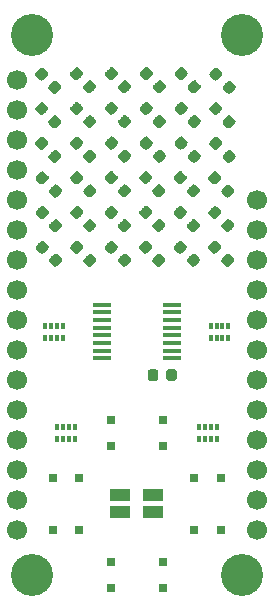
<source format=gbr>
G04 #@! TF.GenerationSoftware,KiCad,Pcbnew,(5.1.2)-1*
G04 #@! TF.CreationDate,2019-07-17T11:01:52+10:00*
G04 #@! TF.ProjectId,led-wing,6c65642d-7769-46e6-972e-6b696361645f,0*
G04 #@! TF.SameCoordinates,Original*
G04 #@! TF.FileFunction,Soldermask,Top*
G04 #@! TF.FilePolarity,Negative*
%FSLAX46Y46*%
G04 Gerber Fmt 4.6, Leading zero omitted, Abs format (unit mm)*
G04 Created by KiCad (PCBNEW (5.1.2)-1) date 2019-07-17 11:01:52*
%MOMM*%
%LPD*%
G04 APERTURE LIST*
%ADD10R,1.700000X1.100000*%
%ADD11R,0.800000X0.700000*%
%ADD12R,0.700000X0.800000*%
%ADD13C,0.100000*%
%ADD14C,0.875000*%
%ADD15R,1.500000X0.450000*%
%ADD16R,0.400000X0.500000*%
%ADD17R,0.300000X0.500000*%
%ADD18C,1.700000*%
%ADD19C,3.556000*%
G04 APERTURE END LIST*
D10*
X109550000Y-116375000D03*
X112350000Y-116375000D03*
X109550000Y-114875000D03*
X112350000Y-114875000D03*
D11*
X113150000Y-122800000D03*
X113150000Y-120550000D03*
X108750000Y-122800000D03*
X108750000Y-120550000D03*
D12*
X118075000Y-113475000D03*
X115825000Y-113475000D03*
X118075000Y-117875000D03*
X115825000Y-117875000D03*
X103825000Y-117875000D03*
X106075000Y-117875000D03*
X103825000Y-113475000D03*
X106075000Y-113475000D03*
D11*
X108750000Y-108550000D03*
X108750000Y-110800000D03*
X113150000Y-108550000D03*
X113150000Y-110800000D03*
D13*
G36*
X104104805Y-94478274D02*
G01*
X104126040Y-94481424D01*
X104146864Y-94486640D01*
X104167076Y-94493872D01*
X104186482Y-94503051D01*
X104204895Y-94514087D01*
X104222138Y-94526875D01*
X104238044Y-94541291D01*
X104547403Y-94850650D01*
X104561819Y-94866556D01*
X104574607Y-94883799D01*
X104585643Y-94902212D01*
X104594822Y-94921618D01*
X104602054Y-94941830D01*
X104607270Y-94962654D01*
X104610420Y-94983889D01*
X104611473Y-95005330D01*
X104610420Y-95026771D01*
X104607270Y-95048006D01*
X104602054Y-95068830D01*
X104594822Y-95089042D01*
X104585643Y-95108448D01*
X104574607Y-95126861D01*
X104561819Y-95144104D01*
X104547403Y-95160010D01*
X104185010Y-95522403D01*
X104169104Y-95536819D01*
X104151861Y-95549607D01*
X104133448Y-95560643D01*
X104114042Y-95569822D01*
X104093830Y-95577054D01*
X104073006Y-95582270D01*
X104051771Y-95585420D01*
X104030330Y-95586473D01*
X104008889Y-95585420D01*
X103987654Y-95582270D01*
X103966830Y-95577054D01*
X103946618Y-95569822D01*
X103927212Y-95560643D01*
X103908799Y-95549607D01*
X103891556Y-95536819D01*
X103875650Y-95522403D01*
X103566291Y-95213044D01*
X103551875Y-95197138D01*
X103539087Y-95179895D01*
X103528051Y-95161482D01*
X103518872Y-95142076D01*
X103511640Y-95121864D01*
X103506424Y-95101040D01*
X103503274Y-95079805D01*
X103502221Y-95058364D01*
X103503274Y-95036923D01*
X103506424Y-95015688D01*
X103511640Y-94994864D01*
X103518872Y-94974652D01*
X103528051Y-94955246D01*
X103539087Y-94936833D01*
X103551875Y-94919590D01*
X103566291Y-94903684D01*
X103928684Y-94541291D01*
X103944590Y-94526875D01*
X103961833Y-94514087D01*
X103980246Y-94503051D01*
X103999652Y-94493872D01*
X104019864Y-94486640D01*
X104040688Y-94481424D01*
X104061923Y-94478274D01*
X104083364Y-94477221D01*
X104104805Y-94478274D01*
X104104805Y-94478274D01*
G37*
D14*
X104056847Y-95031847D03*
D13*
G36*
X102991111Y-93364580D02*
G01*
X103012346Y-93367730D01*
X103033170Y-93372946D01*
X103053382Y-93380178D01*
X103072788Y-93389357D01*
X103091201Y-93400393D01*
X103108444Y-93413181D01*
X103124350Y-93427597D01*
X103433709Y-93736956D01*
X103448125Y-93752862D01*
X103460913Y-93770105D01*
X103471949Y-93788518D01*
X103481128Y-93807924D01*
X103488360Y-93828136D01*
X103493576Y-93848960D01*
X103496726Y-93870195D01*
X103497779Y-93891636D01*
X103496726Y-93913077D01*
X103493576Y-93934312D01*
X103488360Y-93955136D01*
X103481128Y-93975348D01*
X103471949Y-93994754D01*
X103460913Y-94013167D01*
X103448125Y-94030410D01*
X103433709Y-94046316D01*
X103071316Y-94408709D01*
X103055410Y-94423125D01*
X103038167Y-94435913D01*
X103019754Y-94446949D01*
X103000348Y-94456128D01*
X102980136Y-94463360D01*
X102959312Y-94468576D01*
X102938077Y-94471726D01*
X102916636Y-94472779D01*
X102895195Y-94471726D01*
X102873960Y-94468576D01*
X102853136Y-94463360D01*
X102832924Y-94456128D01*
X102813518Y-94446949D01*
X102795105Y-94435913D01*
X102777862Y-94423125D01*
X102761956Y-94408709D01*
X102452597Y-94099350D01*
X102438181Y-94083444D01*
X102425393Y-94066201D01*
X102414357Y-94047788D01*
X102405178Y-94028382D01*
X102397946Y-94008170D01*
X102392730Y-93987346D01*
X102389580Y-93966111D01*
X102388527Y-93944670D01*
X102389580Y-93923229D01*
X102392730Y-93901994D01*
X102397946Y-93881170D01*
X102405178Y-93860958D01*
X102414357Y-93841552D01*
X102425393Y-93823139D01*
X102438181Y-93805896D01*
X102452597Y-93789990D01*
X102814990Y-93427597D01*
X102830896Y-93413181D01*
X102848139Y-93400393D01*
X102866552Y-93389357D01*
X102885958Y-93380178D01*
X102906170Y-93372946D01*
X102926994Y-93367730D01*
X102948229Y-93364580D01*
X102969670Y-93363527D01*
X102991111Y-93364580D01*
X102991111Y-93364580D01*
G37*
D14*
X102943153Y-93918153D03*
D13*
G36*
X104104805Y-91548274D02*
G01*
X104126040Y-91551424D01*
X104146864Y-91556640D01*
X104167076Y-91563872D01*
X104186482Y-91573051D01*
X104204895Y-91584087D01*
X104222138Y-91596875D01*
X104238044Y-91611291D01*
X104547403Y-91920650D01*
X104561819Y-91936556D01*
X104574607Y-91953799D01*
X104585643Y-91972212D01*
X104594822Y-91991618D01*
X104602054Y-92011830D01*
X104607270Y-92032654D01*
X104610420Y-92053889D01*
X104611473Y-92075330D01*
X104610420Y-92096771D01*
X104607270Y-92118006D01*
X104602054Y-92138830D01*
X104594822Y-92159042D01*
X104585643Y-92178448D01*
X104574607Y-92196861D01*
X104561819Y-92214104D01*
X104547403Y-92230010D01*
X104185010Y-92592403D01*
X104169104Y-92606819D01*
X104151861Y-92619607D01*
X104133448Y-92630643D01*
X104114042Y-92639822D01*
X104093830Y-92647054D01*
X104073006Y-92652270D01*
X104051771Y-92655420D01*
X104030330Y-92656473D01*
X104008889Y-92655420D01*
X103987654Y-92652270D01*
X103966830Y-92647054D01*
X103946618Y-92639822D01*
X103927212Y-92630643D01*
X103908799Y-92619607D01*
X103891556Y-92606819D01*
X103875650Y-92592403D01*
X103566291Y-92283044D01*
X103551875Y-92267138D01*
X103539087Y-92249895D01*
X103528051Y-92231482D01*
X103518872Y-92212076D01*
X103511640Y-92191864D01*
X103506424Y-92171040D01*
X103503274Y-92149805D01*
X103502221Y-92128364D01*
X103503274Y-92106923D01*
X103506424Y-92085688D01*
X103511640Y-92064864D01*
X103518872Y-92044652D01*
X103528051Y-92025246D01*
X103539087Y-92006833D01*
X103551875Y-91989590D01*
X103566291Y-91973684D01*
X103928684Y-91611291D01*
X103944590Y-91596875D01*
X103961833Y-91584087D01*
X103980246Y-91573051D01*
X103999652Y-91563872D01*
X104019864Y-91556640D01*
X104040688Y-91551424D01*
X104061923Y-91548274D01*
X104083364Y-91547221D01*
X104104805Y-91548274D01*
X104104805Y-91548274D01*
G37*
D14*
X104056847Y-92101847D03*
D13*
G36*
X102991111Y-90434580D02*
G01*
X103012346Y-90437730D01*
X103033170Y-90442946D01*
X103053382Y-90450178D01*
X103072788Y-90459357D01*
X103091201Y-90470393D01*
X103108444Y-90483181D01*
X103124350Y-90497597D01*
X103433709Y-90806956D01*
X103448125Y-90822862D01*
X103460913Y-90840105D01*
X103471949Y-90858518D01*
X103481128Y-90877924D01*
X103488360Y-90898136D01*
X103493576Y-90918960D01*
X103496726Y-90940195D01*
X103497779Y-90961636D01*
X103496726Y-90983077D01*
X103493576Y-91004312D01*
X103488360Y-91025136D01*
X103481128Y-91045348D01*
X103471949Y-91064754D01*
X103460913Y-91083167D01*
X103448125Y-91100410D01*
X103433709Y-91116316D01*
X103071316Y-91478709D01*
X103055410Y-91493125D01*
X103038167Y-91505913D01*
X103019754Y-91516949D01*
X103000348Y-91526128D01*
X102980136Y-91533360D01*
X102959312Y-91538576D01*
X102938077Y-91541726D01*
X102916636Y-91542779D01*
X102895195Y-91541726D01*
X102873960Y-91538576D01*
X102853136Y-91533360D01*
X102832924Y-91526128D01*
X102813518Y-91516949D01*
X102795105Y-91505913D01*
X102777862Y-91493125D01*
X102761956Y-91478709D01*
X102452597Y-91169350D01*
X102438181Y-91153444D01*
X102425393Y-91136201D01*
X102414357Y-91117788D01*
X102405178Y-91098382D01*
X102397946Y-91078170D01*
X102392730Y-91057346D01*
X102389580Y-91036111D01*
X102388527Y-91014670D01*
X102389580Y-90993229D01*
X102392730Y-90971994D01*
X102397946Y-90951170D01*
X102405178Y-90930958D01*
X102414357Y-90911552D01*
X102425393Y-90893139D01*
X102438181Y-90875896D01*
X102452597Y-90859990D01*
X102814990Y-90497597D01*
X102830896Y-90483181D01*
X102848139Y-90470393D01*
X102866552Y-90459357D01*
X102885958Y-90450178D01*
X102906170Y-90442946D01*
X102926994Y-90437730D01*
X102948229Y-90434580D01*
X102969670Y-90433527D01*
X102991111Y-90434580D01*
X102991111Y-90434580D01*
G37*
D14*
X102943153Y-90988153D03*
D13*
G36*
X104104805Y-88618274D02*
G01*
X104126040Y-88621424D01*
X104146864Y-88626640D01*
X104167076Y-88633872D01*
X104186482Y-88643051D01*
X104204895Y-88654087D01*
X104222138Y-88666875D01*
X104238044Y-88681291D01*
X104547403Y-88990650D01*
X104561819Y-89006556D01*
X104574607Y-89023799D01*
X104585643Y-89042212D01*
X104594822Y-89061618D01*
X104602054Y-89081830D01*
X104607270Y-89102654D01*
X104610420Y-89123889D01*
X104611473Y-89145330D01*
X104610420Y-89166771D01*
X104607270Y-89188006D01*
X104602054Y-89208830D01*
X104594822Y-89229042D01*
X104585643Y-89248448D01*
X104574607Y-89266861D01*
X104561819Y-89284104D01*
X104547403Y-89300010D01*
X104185010Y-89662403D01*
X104169104Y-89676819D01*
X104151861Y-89689607D01*
X104133448Y-89700643D01*
X104114042Y-89709822D01*
X104093830Y-89717054D01*
X104073006Y-89722270D01*
X104051771Y-89725420D01*
X104030330Y-89726473D01*
X104008889Y-89725420D01*
X103987654Y-89722270D01*
X103966830Y-89717054D01*
X103946618Y-89709822D01*
X103927212Y-89700643D01*
X103908799Y-89689607D01*
X103891556Y-89676819D01*
X103875650Y-89662403D01*
X103566291Y-89353044D01*
X103551875Y-89337138D01*
X103539087Y-89319895D01*
X103528051Y-89301482D01*
X103518872Y-89282076D01*
X103511640Y-89261864D01*
X103506424Y-89241040D01*
X103503274Y-89219805D01*
X103502221Y-89198364D01*
X103503274Y-89176923D01*
X103506424Y-89155688D01*
X103511640Y-89134864D01*
X103518872Y-89114652D01*
X103528051Y-89095246D01*
X103539087Y-89076833D01*
X103551875Y-89059590D01*
X103566291Y-89043684D01*
X103928684Y-88681291D01*
X103944590Y-88666875D01*
X103961833Y-88654087D01*
X103980246Y-88643051D01*
X103999652Y-88633872D01*
X104019864Y-88626640D01*
X104040688Y-88621424D01*
X104061923Y-88618274D01*
X104083364Y-88617221D01*
X104104805Y-88618274D01*
X104104805Y-88618274D01*
G37*
D14*
X104056847Y-89171847D03*
D13*
G36*
X102991111Y-87504580D02*
G01*
X103012346Y-87507730D01*
X103033170Y-87512946D01*
X103053382Y-87520178D01*
X103072788Y-87529357D01*
X103091201Y-87540393D01*
X103108444Y-87553181D01*
X103124350Y-87567597D01*
X103433709Y-87876956D01*
X103448125Y-87892862D01*
X103460913Y-87910105D01*
X103471949Y-87928518D01*
X103481128Y-87947924D01*
X103488360Y-87968136D01*
X103493576Y-87988960D01*
X103496726Y-88010195D01*
X103497779Y-88031636D01*
X103496726Y-88053077D01*
X103493576Y-88074312D01*
X103488360Y-88095136D01*
X103481128Y-88115348D01*
X103471949Y-88134754D01*
X103460913Y-88153167D01*
X103448125Y-88170410D01*
X103433709Y-88186316D01*
X103071316Y-88548709D01*
X103055410Y-88563125D01*
X103038167Y-88575913D01*
X103019754Y-88586949D01*
X103000348Y-88596128D01*
X102980136Y-88603360D01*
X102959312Y-88608576D01*
X102938077Y-88611726D01*
X102916636Y-88612779D01*
X102895195Y-88611726D01*
X102873960Y-88608576D01*
X102853136Y-88603360D01*
X102832924Y-88596128D01*
X102813518Y-88586949D01*
X102795105Y-88575913D01*
X102777862Y-88563125D01*
X102761956Y-88548709D01*
X102452597Y-88239350D01*
X102438181Y-88223444D01*
X102425393Y-88206201D01*
X102414357Y-88187788D01*
X102405178Y-88168382D01*
X102397946Y-88148170D01*
X102392730Y-88127346D01*
X102389580Y-88106111D01*
X102388527Y-88084670D01*
X102389580Y-88063229D01*
X102392730Y-88041994D01*
X102397946Y-88021170D01*
X102405178Y-88000958D01*
X102414357Y-87981552D01*
X102425393Y-87963139D01*
X102438181Y-87945896D01*
X102452597Y-87929990D01*
X102814990Y-87567597D01*
X102830896Y-87553181D01*
X102848139Y-87540393D01*
X102866552Y-87529357D01*
X102885958Y-87520178D01*
X102906170Y-87512946D01*
X102926994Y-87507730D01*
X102948229Y-87504580D01*
X102969670Y-87503527D01*
X102991111Y-87504580D01*
X102991111Y-87504580D01*
G37*
D14*
X102943153Y-88058153D03*
D13*
G36*
X104054805Y-85688274D02*
G01*
X104076040Y-85691424D01*
X104096864Y-85696640D01*
X104117076Y-85703872D01*
X104136482Y-85713051D01*
X104154895Y-85724087D01*
X104172138Y-85736875D01*
X104188044Y-85751291D01*
X104497403Y-86060650D01*
X104511819Y-86076556D01*
X104524607Y-86093799D01*
X104535643Y-86112212D01*
X104544822Y-86131618D01*
X104552054Y-86151830D01*
X104557270Y-86172654D01*
X104560420Y-86193889D01*
X104561473Y-86215330D01*
X104560420Y-86236771D01*
X104557270Y-86258006D01*
X104552054Y-86278830D01*
X104544822Y-86299042D01*
X104535643Y-86318448D01*
X104524607Y-86336861D01*
X104511819Y-86354104D01*
X104497403Y-86370010D01*
X104135010Y-86732403D01*
X104119104Y-86746819D01*
X104101861Y-86759607D01*
X104083448Y-86770643D01*
X104064042Y-86779822D01*
X104043830Y-86787054D01*
X104023006Y-86792270D01*
X104001771Y-86795420D01*
X103980330Y-86796473D01*
X103958889Y-86795420D01*
X103937654Y-86792270D01*
X103916830Y-86787054D01*
X103896618Y-86779822D01*
X103877212Y-86770643D01*
X103858799Y-86759607D01*
X103841556Y-86746819D01*
X103825650Y-86732403D01*
X103516291Y-86423044D01*
X103501875Y-86407138D01*
X103489087Y-86389895D01*
X103478051Y-86371482D01*
X103468872Y-86352076D01*
X103461640Y-86331864D01*
X103456424Y-86311040D01*
X103453274Y-86289805D01*
X103452221Y-86268364D01*
X103453274Y-86246923D01*
X103456424Y-86225688D01*
X103461640Y-86204864D01*
X103468872Y-86184652D01*
X103478051Y-86165246D01*
X103489087Y-86146833D01*
X103501875Y-86129590D01*
X103516291Y-86113684D01*
X103878684Y-85751291D01*
X103894590Y-85736875D01*
X103911833Y-85724087D01*
X103930246Y-85713051D01*
X103949652Y-85703872D01*
X103969864Y-85696640D01*
X103990688Y-85691424D01*
X104011923Y-85688274D01*
X104033364Y-85687221D01*
X104054805Y-85688274D01*
X104054805Y-85688274D01*
G37*
D14*
X104006847Y-86241847D03*
D13*
G36*
X102941111Y-84574580D02*
G01*
X102962346Y-84577730D01*
X102983170Y-84582946D01*
X103003382Y-84590178D01*
X103022788Y-84599357D01*
X103041201Y-84610393D01*
X103058444Y-84623181D01*
X103074350Y-84637597D01*
X103383709Y-84946956D01*
X103398125Y-84962862D01*
X103410913Y-84980105D01*
X103421949Y-84998518D01*
X103431128Y-85017924D01*
X103438360Y-85038136D01*
X103443576Y-85058960D01*
X103446726Y-85080195D01*
X103447779Y-85101636D01*
X103446726Y-85123077D01*
X103443576Y-85144312D01*
X103438360Y-85165136D01*
X103431128Y-85185348D01*
X103421949Y-85204754D01*
X103410913Y-85223167D01*
X103398125Y-85240410D01*
X103383709Y-85256316D01*
X103021316Y-85618709D01*
X103005410Y-85633125D01*
X102988167Y-85645913D01*
X102969754Y-85656949D01*
X102950348Y-85666128D01*
X102930136Y-85673360D01*
X102909312Y-85678576D01*
X102888077Y-85681726D01*
X102866636Y-85682779D01*
X102845195Y-85681726D01*
X102823960Y-85678576D01*
X102803136Y-85673360D01*
X102782924Y-85666128D01*
X102763518Y-85656949D01*
X102745105Y-85645913D01*
X102727862Y-85633125D01*
X102711956Y-85618709D01*
X102402597Y-85309350D01*
X102388181Y-85293444D01*
X102375393Y-85276201D01*
X102364357Y-85257788D01*
X102355178Y-85238382D01*
X102347946Y-85218170D01*
X102342730Y-85197346D01*
X102339580Y-85176111D01*
X102338527Y-85154670D01*
X102339580Y-85133229D01*
X102342730Y-85111994D01*
X102347946Y-85091170D01*
X102355178Y-85070958D01*
X102364357Y-85051552D01*
X102375393Y-85033139D01*
X102388181Y-85015896D01*
X102402597Y-84999990D01*
X102764990Y-84637597D01*
X102780896Y-84623181D01*
X102798139Y-84610393D01*
X102816552Y-84599357D01*
X102835958Y-84590178D01*
X102856170Y-84582946D01*
X102876994Y-84577730D01*
X102898229Y-84574580D01*
X102919670Y-84573527D01*
X102941111Y-84574580D01*
X102941111Y-84574580D01*
G37*
D14*
X102893153Y-85128153D03*
D13*
G36*
X104054805Y-82758274D02*
G01*
X104076040Y-82761424D01*
X104096864Y-82766640D01*
X104117076Y-82773872D01*
X104136482Y-82783051D01*
X104154895Y-82794087D01*
X104172138Y-82806875D01*
X104188044Y-82821291D01*
X104497403Y-83130650D01*
X104511819Y-83146556D01*
X104524607Y-83163799D01*
X104535643Y-83182212D01*
X104544822Y-83201618D01*
X104552054Y-83221830D01*
X104557270Y-83242654D01*
X104560420Y-83263889D01*
X104561473Y-83285330D01*
X104560420Y-83306771D01*
X104557270Y-83328006D01*
X104552054Y-83348830D01*
X104544822Y-83369042D01*
X104535643Y-83388448D01*
X104524607Y-83406861D01*
X104511819Y-83424104D01*
X104497403Y-83440010D01*
X104135010Y-83802403D01*
X104119104Y-83816819D01*
X104101861Y-83829607D01*
X104083448Y-83840643D01*
X104064042Y-83849822D01*
X104043830Y-83857054D01*
X104023006Y-83862270D01*
X104001771Y-83865420D01*
X103980330Y-83866473D01*
X103958889Y-83865420D01*
X103937654Y-83862270D01*
X103916830Y-83857054D01*
X103896618Y-83849822D01*
X103877212Y-83840643D01*
X103858799Y-83829607D01*
X103841556Y-83816819D01*
X103825650Y-83802403D01*
X103516291Y-83493044D01*
X103501875Y-83477138D01*
X103489087Y-83459895D01*
X103478051Y-83441482D01*
X103468872Y-83422076D01*
X103461640Y-83401864D01*
X103456424Y-83381040D01*
X103453274Y-83359805D01*
X103452221Y-83338364D01*
X103453274Y-83316923D01*
X103456424Y-83295688D01*
X103461640Y-83274864D01*
X103468872Y-83254652D01*
X103478051Y-83235246D01*
X103489087Y-83216833D01*
X103501875Y-83199590D01*
X103516291Y-83183684D01*
X103878684Y-82821291D01*
X103894590Y-82806875D01*
X103911833Y-82794087D01*
X103930246Y-82783051D01*
X103949652Y-82773872D01*
X103969864Y-82766640D01*
X103990688Y-82761424D01*
X104011923Y-82758274D01*
X104033364Y-82757221D01*
X104054805Y-82758274D01*
X104054805Y-82758274D01*
G37*
D14*
X104006847Y-83311847D03*
D13*
G36*
X102941111Y-81644580D02*
G01*
X102962346Y-81647730D01*
X102983170Y-81652946D01*
X103003382Y-81660178D01*
X103022788Y-81669357D01*
X103041201Y-81680393D01*
X103058444Y-81693181D01*
X103074350Y-81707597D01*
X103383709Y-82016956D01*
X103398125Y-82032862D01*
X103410913Y-82050105D01*
X103421949Y-82068518D01*
X103431128Y-82087924D01*
X103438360Y-82108136D01*
X103443576Y-82128960D01*
X103446726Y-82150195D01*
X103447779Y-82171636D01*
X103446726Y-82193077D01*
X103443576Y-82214312D01*
X103438360Y-82235136D01*
X103431128Y-82255348D01*
X103421949Y-82274754D01*
X103410913Y-82293167D01*
X103398125Y-82310410D01*
X103383709Y-82326316D01*
X103021316Y-82688709D01*
X103005410Y-82703125D01*
X102988167Y-82715913D01*
X102969754Y-82726949D01*
X102950348Y-82736128D01*
X102930136Y-82743360D01*
X102909312Y-82748576D01*
X102888077Y-82751726D01*
X102866636Y-82752779D01*
X102845195Y-82751726D01*
X102823960Y-82748576D01*
X102803136Y-82743360D01*
X102782924Y-82736128D01*
X102763518Y-82726949D01*
X102745105Y-82715913D01*
X102727862Y-82703125D01*
X102711956Y-82688709D01*
X102402597Y-82379350D01*
X102388181Y-82363444D01*
X102375393Y-82346201D01*
X102364357Y-82327788D01*
X102355178Y-82308382D01*
X102347946Y-82288170D01*
X102342730Y-82267346D01*
X102339580Y-82246111D01*
X102338527Y-82224670D01*
X102339580Y-82203229D01*
X102342730Y-82181994D01*
X102347946Y-82161170D01*
X102355178Y-82140958D01*
X102364357Y-82121552D01*
X102375393Y-82103139D01*
X102388181Y-82085896D01*
X102402597Y-82069990D01*
X102764990Y-81707597D01*
X102780896Y-81693181D01*
X102798139Y-81680393D01*
X102816552Y-81669357D01*
X102835958Y-81660178D01*
X102856170Y-81652946D01*
X102876994Y-81647730D01*
X102898229Y-81644580D01*
X102919670Y-81643527D01*
X102941111Y-81644580D01*
X102941111Y-81644580D01*
G37*
D14*
X102893153Y-82198153D03*
D13*
G36*
X104054805Y-79828274D02*
G01*
X104076040Y-79831424D01*
X104096864Y-79836640D01*
X104117076Y-79843872D01*
X104136482Y-79853051D01*
X104154895Y-79864087D01*
X104172138Y-79876875D01*
X104188044Y-79891291D01*
X104497403Y-80200650D01*
X104511819Y-80216556D01*
X104524607Y-80233799D01*
X104535643Y-80252212D01*
X104544822Y-80271618D01*
X104552054Y-80291830D01*
X104557270Y-80312654D01*
X104560420Y-80333889D01*
X104561473Y-80355330D01*
X104560420Y-80376771D01*
X104557270Y-80398006D01*
X104552054Y-80418830D01*
X104544822Y-80439042D01*
X104535643Y-80458448D01*
X104524607Y-80476861D01*
X104511819Y-80494104D01*
X104497403Y-80510010D01*
X104135010Y-80872403D01*
X104119104Y-80886819D01*
X104101861Y-80899607D01*
X104083448Y-80910643D01*
X104064042Y-80919822D01*
X104043830Y-80927054D01*
X104023006Y-80932270D01*
X104001771Y-80935420D01*
X103980330Y-80936473D01*
X103958889Y-80935420D01*
X103937654Y-80932270D01*
X103916830Y-80927054D01*
X103896618Y-80919822D01*
X103877212Y-80910643D01*
X103858799Y-80899607D01*
X103841556Y-80886819D01*
X103825650Y-80872403D01*
X103516291Y-80563044D01*
X103501875Y-80547138D01*
X103489087Y-80529895D01*
X103478051Y-80511482D01*
X103468872Y-80492076D01*
X103461640Y-80471864D01*
X103456424Y-80451040D01*
X103453274Y-80429805D01*
X103452221Y-80408364D01*
X103453274Y-80386923D01*
X103456424Y-80365688D01*
X103461640Y-80344864D01*
X103468872Y-80324652D01*
X103478051Y-80305246D01*
X103489087Y-80286833D01*
X103501875Y-80269590D01*
X103516291Y-80253684D01*
X103878684Y-79891291D01*
X103894590Y-79876875D01*
X103911833Y-79864087D01*
X103930246Y-79853051D01*
X103949652Y-79843872D01*
X103969864Y-79836640D01*
X103990688Y-79831424D01*
X104011923Y-79828274D01*
X104033364Y-79827221D01*
X104054805Y-79828274D01*
X104054805Y-79828274D01*
G37*
D14*
X104006847Y-80381847D03*
D13*
G36*
X102941111Y-78714580D02*
G01*
X102962346Y-78717730D01*
X102983170Y-78722946D01*
X103003382Y-78730178D01*
X103022788Y-78739357D01*
X103041201Y-78750393D01*
X103058444Y-78763181D01*
X103074350Y-78777597D01*
X103383709Y-79086956D01*
X103398125Y-79102862D01*
X103410913Y-79120105D01*
X103421949Y-79138518D01*
X103431128Y-79157924D01*
X103438360Y-79178136D01*
X103443576Y-79198960D01*
X103446726Y-79220195D01*
X103447779Y-79241636D01*
X103446726Y-79263077D01*
X103443576Y-79284312D01*
X103438360Y-79305136D01*
X103431128Y-79325348D01*
X103421949Y-79344754D01*
X103410913Y-79363167D01*
X103398125Y-79380410D01*
X103383709Y-79396316D01*
X103021316Y-79758709D01*
X103005410Y-79773125D01*
X102988167Y-79785913D01*
X102969754Y-79796949D01*
X102950348Y-79806128D01*
X102930136Y-79813360D01*
X102909312Y-79818576D01*
X102888077Y-79821726D01*
X102866636Y-79822779D01*
X102845195Y-79821726D01*
X102823960Y-79818576D01*
X102803136Y-79813360D01*
X102782924Y-79806128D01*
X102763518Y-79796949D01*
X102745105Y-79785913D01*
X102727862Y-79773125D01*
X102711956Y-79758709D01*
X102402597Y-79449350D01*
X102388181Y-79433444D01*
X102375393Y-79416201D01*
X102364357Y-79397788D01*
X102355178Y-79378382D01*
X102347946Y-79358170D01*
X102342730Y-79337346D01*
X102339580Y-79316111D01*
X102338527Y-79294670D01*
X102339580Y-79273229D01*
X102342730Y-79251994D01*
X102347946Y-79231170D01*
X102355178Y-79210958D01*
X102364357Y-79191552D01*
X102375393Y-79173139D01*
X102388181Y-79155896D01*
X102402597Y-79139990D01*
X102764990Y-78777597D01*
X102780896Y-78763181D01*
X102798139Y-78750393D01*
X102816552Y-78739357D01*
X102835958Y-78730178D01*
X102856170Y-78722946D01*
X102876994Y-78717730D01*
X102898229Y-78714580D01*
X102919670Y-78713527D01*
X102941111Y-78714580D01*
X102941111Y-78714580D01*
G37*
D14*
X102893153Y-79268153D03*
D13*
G36*
X107024805Y-94490774D02*
G01*
X107046040Y-94493924D01*
X107066864Y-94499140D01*
X107087076Y-94506372D01*
X107106482Y-94515551D01*
X107124895Y-94526587D01*
X107142138Y-94539375D01*
X107158044Y-94553791D01*
X107467403Y-94863150D01*
X107481819Y-94879056D01*
X107494607Y-94896299D01*
X107505643Y-94914712D01*
X107514822Y-94934118D01*
X107522054Y-94954330D01*
X107527270Y-94975154D01*
X107530420Y-94996389D01*
X107531473Y-95017830D01*
X107530420Y-95039271D01*
X107527270Y-95060506D01*
X107522054Y-95081330D01*
X107514822Y-95101542D01*
X107505643Y-95120948D01*
X107494607Y-95139361D01*
X107481819Y-95156604D01*
X107467403Y-95172510D01*
X107105010Y-95534903D01*
X107089104Y-95549319D01*
X107071861Y-95562107D01*
X107053448Y-95573143D01*
X107034042Y-95582322D01*
X107013830Y-95589554D01*
X106993006Y-95594770D01*
X106971771Y-95597920D01*
X106950330Y-95598973D01*
X106928889Y-95597920D01*
X106907654Y-95594770D01*
X106886830Y-95589554D01*
X106866618Y-95582322D01*
X106847212Y-95573143D01*
X106828799Y-95562107D01*
X106811556Y-95549319D01*
X106795650Y-95534903D01*
X106486291Y-95225544D01*
X106471875Y-95209638D01*
X106459087Y-95192395D01*
X106448051Y-95173982D01*
X106438872Y-95154576D01*
X106431640Y-95134364D01*
X106426424Y-95113540D01*
X106423274Y-95092305D01*
X106422221Y-95070864D01*
X106423274Y-95049423D01*
X106426424Y-95028188D01*
X106431640Y-95007364D01*
X106438872Y-94987152D01*
X106448051Y-94967746D01*
X106459087Y-94949333D01*
X106471875Y-94932090D01*
X106486291Y-94916184D01*
X106848684Y-94553791D01*
X106864590Y-94539375D01*
X106881833Y-94526587D01*
X106900246Y-94515551D01*
X106919652Y-94506372D01*
X106939864Y-94499140D01*
X106960688Y-94493924D01*
X106981923Y-94490774D01*
X107003364Y-94489721D01*
X107024805Y-94490774D01*
X107024805Y-94490774D01*
G37*
D14*
X106976847Y-95044347D03*
D13*
G36*
X105911111Y-93377080D02*
G01*
X105932346Y-93380230D01*
X105953170Y-93385446D01*
X105973382Y-93392678D01*
X105992788Y-93401857D01*
X106011201Y-93412893D01*
X106028444Y-93425681D01*
X106044350Y-93440097D01*
X106353709Y-93749456D01*
X106368125Y-93765362D01*
X106380913Y-93782605D01*
X106391949Y-93801018D01*
X106401128Y-93820424D01*
X106408360Y-93840636D01*
X106413576Y-93861460D01*
X106416726Y-93882695D01*
X106417779Y-93904136D01*
X106416726Y-93925577D01*
X106413576Y-93946812D01*
X106408360Y-93967636D01*
X106401128Y-93987848D01*
X106391949Y-94007254D01*
X106380913Y-94025667D01*
X106368125Y-94042910D01*
X106353709Y-94058816D01*
X105991316Y-94421209D01*
X105975410Y-94435625D01*
X105958167Y-94448413D01*
X105939754Y-94459449D01*
X105920348Y-94468628D01*
X105900136Y-94475860D01*
X105879312Y-94481076D01*
X105858077Y-94484226D01*
X105836636Y-94485279D01*
X105815195Y-94484226D01*
X105793960Y-94481076D01*
X105773136Y-94475860D01*
X105752924Y-94468628D01*
X105733518Y-94459449D01*
X105715105Y-94448413D01*
X105697862Y-94435625D01*
X105681956Y-94421209D01*
X105372597Y-94111850D01*
X105358181Y-94095944D01*
X105345393Y-94078701D01*
X105334357Y-94060288D01*
X105325178Y-94040882D01*
X105317946Y-94020670D01*
X105312730Y-93999846D01*
X105309580Y-93978611D01*
X105308527Y-93957170D01*
X105309580Y-93935729D01*
X105312730Y-93914494D01*
X105317946Y-93893670D01*
X105325178Y-93873458D01*
X105334357Y-93854052D01*
X105345393Y-93835639D01*
X105358181Y-93818396D01*
X105372597Y-93802490D01*
X105734990Y-93440097D01*
X105750896Y-93425681D01*
X105768139Y-93412893D01*
X105786552Y-93401857D01*
X105805958Y-93392678D01*
X105826170Y-93385446D01*
X105846994Y-93380230D01*
X105868229Y-93377080D01*
X105889670Y-93376027D01*
X105911111Y-93377080D01*
X105911111Y-93377080D01*
G37*
D14*
X105863153Y-93930653D03*
D13*
G36*
X107024805Y-91550774D02*
G01*
X107046040Y-91553924D01*
X107066864Y-91559140D01*
X107087076Y-91566372D01*
X107106482Y-91575551D01*
X107124895Y-91586587D01*
X107142138Y-91599375D01*
X107158044Y-91613791D01*
X107467403Y-91923150D01*
X107481819Y-91939056D01*
X107494607Y-91956299D01*
X107505643Y-91974712D01*
X107514822Y-91994118D01*
X107522054Y-92014330D01*
X107527270Y-92035154D01*
X107530420Y-92056389D01*
X107531473Y-92077830D01*
X107530420Y-92099271D01*
X107527270Y-92120506D01*
X107522054Y-92141330D01*
X107514822Y-92161542D01*
X107505643Y-92180948D01*
X107494607Y-92199361D01*
X107481819Y-92216604D01*
X107467403Y-92232510D01*
X107105010Y-92594903D01*
X107089104Y-92609319D01*
X107071861Y-92622107D01*
X107053448Y-92633143D01*
X107034042Y-92642322D01*
X107013830Y-92649554D01*
X106993006Y-92654770D01*
X106971771Y-92657920D01*
X106950330Y-92658973D01*
X106928889Y-92657920D01*
X106907654Y-92654770D01*
X106886830Y-92649554D01*
X106866618Y-92642322D01*
X106847212Y-92633143D01*
X106828799Y-92622107D01*
X106811556Y-92609319D01*
X106795650Y-92594903D01*
X106486291Y-92285544D01*
X106471875Y-92269638D01*
X106459087Y-92252395D01*
X106448051Y-92233982D01*
X106438872Y-92214576D01*
X106431640Y-92194364D01*
X106426424Y-92173540D01*
X106423274Y-92152305D01*
X106422221Y-92130864D01*
X106423274Y-92109423D01*
X106426424Y-92088188D01*
X106431640Y-92067364D01*
X106438872Y-92047152D01*
X106448051Y-92027746D01*
X106459087Y-92009333D01*
X106471875Y-91992090D01*
X106486291Y-91976184D01*
X106848684Y-91613791D01*
X106864590Y-91599375D01*
X106881833Y-91586587D01*
X106900246Y-91575551D01*
X106919652Y-91566372D01*
X106939864Y-91559140D01*
X106960688Y-91553924D01*
X106981923Y-91550774D01*
X107003364Y-91549721D01*
X107024805Y-91550774D01*
X107024805Y-91550774D01*
G37*
D14*
X106976847Y-92104347D03*
D13*
G36*
X105911111Y-90437080D02*
G01*
X105932346Y-90440230D01*
X105953170Y-90445446D01*
X105973382Y-90452678D01*
X105992788Y-90461857D01*
X106011201Y-90472893D01*
X106028444Y-90485681D01*
X106044350Y-90500097D01*
X106353709Y-90809456D01*
X106368125Y-90825362D01*
X106380913Y-90842605D01*
X106391949Y-90861018D01*
X106401128Y-90880424D01*
X106408360Y-90900636D01*
X106413576Y-90921460D01*
X106416726Y-90942695D01*
X106417779Y-90964136D01*
X106416726Y-90985577D01*
X106413576Y-91006812D01*
X106408360Y-91027636D01*
X106401128Y-91047848D01*
X106391949Y-91067254D01*
X106380913Y-91085667D01*
X106368125Y-91102910D01*
X106353709Y-91118816D01*
X105991316Y-91481209D01*
X105975410Y-91495625D01*
X105958167Y-91508413D01*
X105939754Y-91519449D01*
X105920348Y-91528628D01*
X105900136Y-91535860D01*
X105879312Y-91541076D01*
X105858077Y-91544226D01*
X105836636Y-91545279D01*
X105815195Y-91544226D01*
X105793960Y-91541076D01*
X105773136Y-91535860D01*
X105752924Y-91528628D01*
X105733518Y-91519449D01*
X105715105Y-91508413D01*
X105697862Y-91495625D01*
X105681956Y-91481209D01*
X105372597Y-91171850D01*
X105358181Y-91155944D01*
X105345393Y-91138701D01*
X105334357Y-91120288D01*
X105325178Y-91100882D01*
X105317946Y-91080670D01*
X105312730Y-91059846D01*
X105309580Y-91038611D01*
X105308527Y-91017170D01*
X105309580Y-90995729D01*
X105312730Y-90974494D01*
X105317946Y-90953670D01*
X105325178Y-90933458D01*
X105334357Y-90914052D01*
X105345393Y-90895639D01*
X105358181Y-90878396D01*
X105372597Y-90862490D01*
X105734990Y-90500097D01*
X105750896Y-90485681D01*
X105768139Y-90472893D01*
X105786552Y-90461857D01*
X105805958Y-90452678D01*
X105826170Y-90445446D01*
X105846994Y-90440230D01*
X105868229Y-90437080D01*
X105889670Y-90436027D01*
X105911111Y-90437080D01*
X105911111Y-90437080D01*
G37*
D14*
X105863153Y-90990653D03*
D13*
G36*
X107024805Y-88610774D02*
G01*
X107046040Y-88613924D01*
X107066864Y-88619140D01*
X107087076Y-88626372D01*
X107106482Y-88635551D01*
X107124895Y-88646587D01*
X107142138Y-88659375D01*
X107158044Y-88673791D01*
X107467403Y-88983150D01*
X107481819Y-88999056D01*
X107494607Y-89016299D01*
X107505643Y-89034712D01*
X107514822Y-89054118D01*
X107522054Y-89074330D01*
X107527270Y-89095154D01*
X107530420Y-89116389D01*
X107531473Y-89137830D01*
X107530420Y-89159271D01*
X107527270Y-89180506D01*
X107522054Y-89201330D01*
X107514822Y-89221542D01*
X107505643Y-89240948D01*
X107494607Y-89259361D01*
X107481819Y-89276604D01*
X107467403Y-89292510D01*
X107105010Y-89654903D01*
X107089104Y-89669319D01*
X107071861Y-89682107D01*
X107053448Y-89693143D01*
X107034042Y-89702322D01*
X107013830Y-89709554D01*
X106993006Y-89714770D01*
X106971771Y-89717920D01*
X106950330Y-89718973D01*
X106928889Y-89717920D01*
X106907654Y-89714770D01*
X106886830Y-89709554D01*
X106866618Y-89702322D01*
X106847212Y-89693143D01*
X106828799Y-89682107D01*
X106811556Y-89669319D01*
X106795650Y-89654903D01*
X106486291Y-89345544D01*
X106471875Y-89329638D01*
X106459087Y-89312395D01*
X106448051Y-89293982D01*
X106438872Y-89274576D01*
X106431640Y-89254364D01*
X106426424Y-89233540D01*
X106423274Y-89212305D01*
X106422221Y-89190864D01*
X106423274Y-89169423D01*
X106426424Y-89148188D01*
X106431640Y-89127364D01*
X106438872Y-89107152D01*
X106448051Y-89087746D01*
X106459087Y-89069333D01*
X106471875Y-89052090D01*
X106486291Y-89036184D01*
X106848684Y-88673791D01*
X106864590Y-88659375D01*
X106881833Y-88646587D01*
X106900246Y-88635551D01*
X106919652Y-88626372D01*
X106939864Y-88619140D01*
X106960688Y-88613924D01*
X106981923Y-88610774D01*
X107003364Y-88609721D01*
X107024805Y-88610774D01*
X107024805Y-88610774D01*
G37*
D14*
X106976847Y-89164347D03*
D13*
G36*
X105911111Y-87497080D02*
G01*
X105932346Y-87500230D01*
X105953170Y-87505446D01*
X105973382Y-87512678D01*
X105992788Y-87521857D01*
X106011201Y-87532893D01*
X106028444Y-87545681D01*
X106044350Y-87560097D01*
X106353709Y-87869456D01*
X106368125Y-87885362D01*
X106380913Y-87902605D01*
X106391949Y-87921018D01*
X106401128Y-87940424D01*
X106408360Y-87960636D01*
X106413576Y-87981460D01*
X106416726Y-88002695D01*
X106417779Y-88024136D01*
X106416726Y-88045577D01*
X106413576Y-88066812D01*
X106408360Y-88087636D01*
X106401128Y-88107848D01*
X106391949Y-88127254D01*
X106380913Y-88145667D01*
X106368125Y-88162910D01*
X106353709Y-88178816D01*
X105991316Y-88541209D01*
X105975410Y-88555625D01*
X105958167Y-88568413D01*
X105939754Y-88579449D01*
X105920348Y-88588628D01*
X105900136Y-88595860D01*
X105879312Y-88601076D01*
X105858077Y-88604226D01*
X105836636Y-88605279D01*
X105815195Y-88604226D01*
X105793960Y-88601076D01*
X105773136Y-88595860D01*
X105752924Y-88588628D01*
X105733518Y-88579449D01*
X105715105Y-88568413D01*
X105697862Y-88555625D01*
X105681956Y-88541209D01*
X105372597Y-88231850D01*
X105358181Y-88215944D01*
X105345393Y-88198701D01*
X105334357Y-88180288D01*
X105325178Y-88160882D01*
X105317946Y-88140670D01*
X105312730Y-88119846D01*
X105309580Y-88098611D01*
X105308527Y-88077170D01*
X105309580Y-88055729D01*
X105312730Y-88034494D01*
X105317946Y-88013670D01*
X105325178Y-87993458D01*
X105334357Y-87974052D01*
X105345393Y-87955639D01*
X105358181Y-87938396D01*
X105372597Y-87922490D01*
X105734990Y-87560097D01*
X105750896Y-87545681D01*
X105768139Y-87532893D01*
X105786552Y-87521857D01*
X105805958Y-87512678D01*
X105826170Y-87505446D01*
X105846994Y-87500230D01*
X105868229Y-87497080D01*
X105889670Y-87496027D01*
X105911111Y-87497080D01*
X105911111Y-87497080D01*
G37*
D14*
X105863153Y-88050653D03*
D13*
G36*
X107004805Y-85670774D02*
G01*
X107026040Y-85673924D01*
X107046864Y-85679140D01*
X107067076Y-85686372D01*
X107086482Y-85695551D01*
X107104895Y-85706587D01*
X107122138Y-85719375D01*
X107138044Y-85733791D01*
X107447403Y-86043150D01*
X107461819Y-86059056D01*
X107474607Y-86076299D01*
X107485643Y-86094712D01*
X107494822Y-86114118D01*
X107502054Y-86134330D01*
X107507270Y-86155154D01*
X107510420Y-86176389D01*
X107511473Y-86197830D01*
X107510420Y-86219271D01*
X107507270Y-86240506D01*
X107502054Y-86261330D01*
X107494822Y-86281542D01*
X107485643Y-86300948D01*
X107474607Y-86319361D01*
X107461819Y-86336604D01*
X107447403Y-86352510D01*
X107085010Y-86714903D01*
X107069104Y-86729319D01*
X107051861Y-86742107D01*
X107033448Y-86753143D01*
X107014042Y-86762322D01*
X106993830Y-86769554D01*
X106973006Y-86774770D01*
X106951771Y-86777920D01*
X106930330Y-86778973D01*
X106908889Y-86777920D01*
X106887654Y-86774770D01*
X106866830Y-86769554D01*
X106846618Y-86762322D01*
X106827212Y-86753143D01*
X106808799Y-86742107D01*
X106791556Y-86729319D01*
X106775650Y-86714903D01*
X106466291Y-86405544D01*
X106451875Y-86389638D01*
X106439087Y-86372395D01*
X106428051Y-86353982D01*
X106418872Y-86334576D01*
X106411640Y-86314364D01*
X106406424Y-86293540D01*
X106403274Y-86272305D01*
X106402221Y-86250864D01*
X106403274Y-86229423D01*
X106406424Y-86208188D01*
X106411640Y-86187364D01*
X106418872Y-86167152D01*
X106428051Y-86147746D01*
X106439087Y-86129333D01*
X106451875Y-86112090D01*
X106466291Y-86096184D01*
X106828684Y-85733791D01*
X106844590Y-85719375D01*
X106861833Y-85706587D01*
X106880246Y-85695551D01*
X106899652Y-85686372D01*
X106919864Y-85679140D01*
X106940688Y-85673924D01*
X106961923Y-85670774D01*
X106983364Y-85669721D01*
X107004805Y-85670774D01*
X107004805Y-85670774D01*
G37*
D14*
X106956847Y-86224347D03*
D13*
G36*
X105891111Y-84557080D02*
G01*
X105912346Y-84560230D01*
X105933170Y-84565446D01*
X105953382Y-84572678D01*
X105972788Y-84581857D01*
X105991201Y-84592893D01*
X106008444Y-84605681D01*
X106024350Y-84620097D01*
X106333709Y-84929456D01*
X106348125Y-84945362D01*
X106360913Y-84962605D01*
X106371949Y-84981018D01*
X106381128Y-85000424D01*
X106388360Y-85020636D01*
X106393576Y-85041460D01*
X106396726Y-85062695D01*
X106397779Y-85084136D01*
X106396726Y-85105577D01*
X106393576Y-85126812D01*
X106388360Y-85147636D01*
X106381128Y-85167848D01*
X106371949Y-85187254D01*
X106360913Y-85205667D01*
X106348125Y-85222910D01*
X106333709Y-85238816D01*
X105971316Y-85601209D01*
X105955410Y-85615625D01*
X105938167Y-85628413D01*
X105919754Y-85639449D01*
X105900348Y-85648628D01*
X105880136Y-85655860D01*
X105859312Y-85661076D01*
X105838077Y-85664226D01*
X105816636Y-85665279D01*
X105795195Y-85664226D01*
X105773960Y-85661076D01*
X105753136Y-85655860D01*
X105732924Y-85648628D01*
X105713518Y-85639449D01*
X105695105Y-85628413D01*
X105677862Y-85615625D01*
X105661956Y-85601209D01*
X105352597Y-85291850D01*
X105338181Y-85275944D01*
X105325393Y-85258701D01*
X105314357Y-85240288D01*
X105305178Y-85220882D01*
X105297946Y-85200670D01*
X105292730Y-85179846D01*
X105289580Y-85158611D01*
X105288527Y-85137170D01*
X105289580Y-85115729D01*
X105292730Y-85094494D01*
X105297946Y-85073670D01*
X105305178Y-85053458D01*
X105314357Y-85034052D01*
X105325393Y-85015639D01*
X105338181Y-84998396D01*
X105352597Y-84982490D01*
X105714990Y-84620097D01*
X105730896Y-84605681D01*
X105748139Y-84592893D01*
X105766552Y-84581857D01*
X105785958Y-84572678D01*
X105806170Y-84565446D01*
X105826994Y-84560230D01*
X105848229Y-84557080D01*
X105869670Y-84556027D01*
X105891111Y-84557080D01*
X105891111Y-84557080D01*
G37*
D14*
X105843153Y-85110653D03*
D13*
G36*
X107004805Y-82730774D02*
G01*
X107026040Y-82733924D01*
X107046864Y-82739140D01*
X107067076Y-82746372D01*
X107086482Y-82755551D01*
X107104895Y-82766587D01*
X107122138Y-82779375D01*
X107138044Y-82793791D01*
X107447403Y-83103150D01*
X107461819Y-83119056D01*
X107474607Y-83136299D01*
X107485643Y-83154712D01*
X107494822Y-83174118D01*
X107502054Y-83194330D01*
X107507270Y-83215154D01*
X107510420Y-83236389D01*
X107511473Y-83257830D01*
X107510420Y-83279271D01*
X107507270Y-83300506D01*
X107502054Y-83321330D01*
X107494822Y-83341542D01*
X107485643Y-83360948D01*
X107474607Y-83379361D01*
X107461819Y-83396604D01*
X107447403Y-83412510D01*
X107085010Y-83774903D01*
X107069104Y-83789319D01*
X107051861Y-83802107D01*
X107033448Y-83813143D01*
X107014042Y-83822322D01*
X106993830Y-83829554D01*
X106973006Y-83834770D01*
X106951771Y-83837920D01*
X106930330Y-83838973D01*
X106908889Y-83837920D01*
X106887654Y-83834770D01*
X106866830Y-83829554D01*
X106846618Y-83822322D01*
X106827212Y-83813143D01*
X106808799Y-83802107D01*
X106791556Y-83789319D01*
X106775650Y-83774903D01*
X106466291Y-83465544D01*
X106451875Y-83449638D01*
X106439087Y-83432395D01*
X106428051Y-83413982D01*
X106418872Y-83394576D01*
X106411640Y-83374364D01*
X106406424Y-83353540D01*
X106403274Y-83332305D01*
X106402221Y-83310864D01*
X106403274Y-83289423D01*
X106406424Y-83268188D01*
X106411640Y-83247364D01*
X106418872Y-83227152D01*
X106428051Y-83207746D01*
X106439087Y-83189333D01*
X106451875Y-83172090D01*
X106466291Y-83156184D01*
X106828684Y-82793791D01*
X106844590Y-82779375D01*
X106861833Y-82766587D01*
X106880246Y-82755551D01*
X106899652Y-82746372D01*
X106919864Y-82739140D01*
X106940688Y-82733924D01*
X106961923Y-82730774D01*
X106983364Y-82729721D01*
X107004805Y-82730774D01*
X107004805Y-82730774D01*
G37*
D14*
X106956847Y-83284347D03*
D13*
G36*
X105891111Y-81617080D02*
G01*
X105912346Y-81620230D01*
X105933170Y-81625446D01*
X105953382Y-81632678D01*
X105972788Y-81641857D01*
X105991201Y-81652893D01*
X106008444Y-81665681D01*
X106024350Y-81680097D01*
X106333709Y-81989456D01*
X106348125Y-82005362D01*
X106360913Y-82022605D01*
X106371949Y-82041018D01*
X106381128Y-82060424D01*
X106388360Y-82080636D01*
X106393576Y-82101460D01*
X106396726Y-82122695D01*
X106397779Y-82144136D01*
X106396726Y-82165577D01*
X106393576Y-82186812D01*
X106388360Y-82207636D01*
X106381128Y-82227848D01*
X106371949Y-82247254D01*
X106360913Y-82265667D01*
X106348125Y-82282910D01*
X106333709Y-82298816D01*
X105971316Y-82661209D01*
X105955410Y-82675625D01*
X105938167Y-82688413D01*
X105919754Y-82699449D01*
X105900348Y-82708628D01*
X105880136Y-82715860D01*
X105859312Y-82721076D01*
X105838077Y-82724226D01*
X105816636Y-82725279D01*
X105795195Y-82724226D01*
X105773960Y-82721076D01*
X105753136Y-82715860D01*
X105732924Y-82708628D01*
X105713518Y-82699449D01*
X105695105Y-82688413D01*
X105677862Y-82675625D01*
X105661956Y-82661209D01*
X105352597Y-82351850D01*
X105338181Y-82335944D01*
X105325393Y-82318701D01*
X105314357Y-82300288D01*
X105305178Y-82280882D01*
X105297946Y-82260670D01*
X105292730Y-82239846D01*
X105289580Y-82218611D01*
X105288527Y-82197170D01*
X105289580Y-82175729D01*
X105292730Y-82154494D01*
X105297946Y-82133670D01*
X105305178Y-82113458D01*
X105314357Y-82094052D01*
X105325393Y-82075639D01*
X105338181Y-82058396D01*
X105352597Y-82042490D01*
X105714990Y-81680097D01*
X105730896Y-81665681D01*
X105748139Y-81652893D01*
X105766552Y-81641857D01*
X105785958Y-81632678D01*
X105806170Y-81625446D01*
X105826994Y-81620230D01*
X105848229Y-81617080D01*
X105869670Y-81616027D01*
X105891111Y-81617080D01*
X105891111Y-81617080D01*
G37*
D14*
X105843153Y-82170653D03*
D13*
G36*
X107004805Y-79790774D02*
G01*
X107026040Y-79793924D01*
X107046864Y-79799140D01*
X107067076Y-79806372D01*
X107086482Y-79815551D01*
X107104895Y-79826587D01*
X107122138Y-79839375D01*
X107138044Y-79853791D01*
X107447403Y-80163150D01*
X107461819Y-80179056D01*
X107474607Y-80196299D01*
X107485643Y-80214712D01*
X107494822Y-80234118D01*
X107502054Y-80254330D01*
X107507270Y-80275154D01*
X107510420Y-80296389D01*
X107511473Y-80317830D01*
X107510420Y-80339271D01*
X107507270Y-80360506D01*
X107502054Y-80381330D01*
X107494822Y-80401542D01*
X107485643Y-80420948D01*
X107474607Y-80439361D01*
X107461819Y-80456604D01*
X107447403Y-80472510D01*
X107085010Y-80834903D01*
X107069104Y-80849319D01*
X107051861Y-80862107D01*
X107033448Y-80873143D01*
X107014042Y-80882322D01*
X106993830Y-80889554D01*
X106973006Y-80894770D01*
X106951771Y-80897920D01*
X106930330Y-80898973D01*
X106908889Y-80897920D01*
X106887654Y-80894770D01*
X106866830Y-80889554D01*
X106846618Y-80882322D01*
X106827212Y-80873143D01*
X106808799Y-80862107D01*
X106791556Y-80849319D01*
X106775650Y-80834903D01*
X106466291Y-80525544D01*
X106451875Y-80509638D01*
X106439087Y-80492395D01*
X106428051Y-80473982D01*
X106418872Y-80454576D01*
X106411640Y-80434364D01*
X106406424Y-80413540D01*
X106403274Y-80392305D01*
X106402221Y-80370864D01*
X106403274Y-80349423D01*
X106406424Y-80328188D01*
X106411640Y-80307364D01*
X106418872Y-80287152D01*
X106428051Y-80267746D01*
X106439087Y-80249333D01*
X106451875Y-80232090D01*
X106466291Y-80216184D01*
X106828684Y-79853791D01*
X106844590Y-79839375D01*
X106861833Y-79826587D01*
X106880246Y-79815551D01*
X106899652Y-79806372D01*
X106919864Y-79799140D01*
X106940688Y-79793924D01*
X106961923Y-79790774D01*
X106983364Y-79789721D01*
X107004805Y-79790774D01*
X107004805Y-79790774D01*
G37*
D14*
X106956847Y-80344347D03*
D13*
G36*
X105891111Y-78677080D02*
G01*
X105912346Y-78680230D01*
X105933170Y-78685446D01*
X105953382Y-78692678D01*
X105972788Y-78701857D01*
X105991201Y-78712893D01*
X106008444Y-78725681D01*
X106024350Y-78740097D01*
X106333709Y-79049456D01*
X106348125Y-79065362D01*
X106360913Y-79082605D01*
X106371949Y-79101018D01*
X106381128Y-79120424D01*
X106388360Y-79140636D01*
X106393576Y-79161460D01*
X106396726Y-79182695D01*
X106397779Y-79204136D01*
X106396726Y-79225577D01*
X106393576Y-79246812D01*
X106388360Y-79267636D01*
X106381128Y-79287848D01*
X106371949Y-79307254D01*
X106360913Y-79325667D01*
X106348125Y-79342910D01*
X106333709Y-79358816D01*
X105971316Y-79721209D01*
X105955410Y-79735625D01*
X105938167Y-79748413D01*
X105919754Y-79759449D01*
X105900348Y-79768628D01*
X105880136Y-79775860D01*
X105859312Y-79781076D01*
X105838077Y-79784226D01*
X105816636Y-79785279D01*
X105795195Y-79784226D01*
X105773960Y-79781076D01*
X105753136Y-79775860D01*
X105732924Y-79768628D01*
X105713518Y-79759449D01*
X105695105Y-79748413D01*
X105677862Y-79735625D01*
X105661956Y-79721209D01*
X105352597Y-79411850D01*
X105338181Y-79395944D01*
X105325393Y-79378701D01*
X105314357Y-79360288D01*
X105305178Y-79340882D01*
X105297946Y-79320670D01*
X105292730Y-79299846D01*
X105289580Y-79278611D01*
X105288527Y-79257170D01*
X105289580Y-79235729D01*
X105292730Y-79214494D01*
X105297946Y-79193670D01*
X105305178Y-79173458D01*
X105314357Y-79154052D01*
X105325393Y-79135639D01*
X105338181Y-79118396D01*
X105352597Y-79102490D01*
X105714990Y-78740097D01*
X105730896Y-78725681D01*
X105748139Y-78712893D01*
X105766552Y-78701857D01*
X105785958Y-78692678D01*
X105806170Y-78685446D01*
X105826994Y-78680230D01*
X105848229Y-78677080D01*
X105869670Y-78676027D01*
X105891111Y-78677080D01*
X105891111Y-78677080D01*
G37*
D14*
X105843153Y-79230653D03*
D13*
G36*
X109944805Y-94478274D02*
G01*
X109966040Y-94481424D01*
X109986864Y-94486640D01*
X110007076Y-94493872D01*
X110026482Y-94503051D01*
X110044895Y-94514087D01*
X110062138Y-94526875D01*
X110078044Y-94541291D01*
X110387403Y-94850650D01*
X110401819Y-94866556D01*
X110414607Y-94883799D01*
X110425643Y-94902212D01*
X110434822Y-94921618D01*
X110442054Y-94941830D01*
X110447270Y-94962654D01*
X110450420Y-94983889D01*
X110451473Y-95005330D01*
X110450420Y-95026771D01*
X110447270Y-95048006D01*
X110442054Y-95068830D01*
X110434822Y-95089042D01*
X110425643Y-95108448D01*
X110414607Y-95126861D01*
X110401819Y-95144104D01*
X110387403Y-95160010D01*
X110025010Y-95522403D01*
X110009104Y-95536819D01*
X109991861Y-95549607D01*
X109973448Y-95560643D01*
X109954042Y-95569822D01*
X109933830Y-95577054D01*
X109913006Y-95582270D01*
X109891771Y-95585420D01*
X109870330Y-95586473D01*
X109848889Y-95585420D01*
X109827654Y-95582270D01*
X109806830Y-95577054D01*
X109786618Y-95569822D01*
X109767212Y-95560643D01*
X109748799Y-95549607D01*
X109731556Y-95536819D01*
X109715650Y-95522403D01*
X109406291Y-95213044D01*
X109391875Y-95197138D01*
X109379087Y-95179895D01*
X109368051Y-95161482D01*
X109358872Y-95142076D01*
X109351640Y-95121864D01*
X109346424Y-95101040D01*
X109343274Y-95079805D01*
X109342221Y-95058364D01*
X109343274Y-95036923D01*
X109346424Y-95015688D01*
X109351640Y-94994864D01*
X109358872Y-94974652D01*
X109368051Y-94955246D01*
X109379087Y-94936833D01*
X109391875Y-94919590D01*
X109406291Y-94903684D01*
X109768684Y-94541291D01*
X109784590Y-94526875D01*
X109801833Y-94514087D01*
X109820246Y-94503051D01*
X109839652Y-94493872D01*
X109859864Y-94486640D01*
X109880688Y-94481424D01*
X109901923Y-94478274D01*
X109923364Y-94477221D01*
X109944805Y-94478274D01*
X109944805Y-94478274D01*
G37*
D14*
X109896847Y-95031847D03*
D13*
G36*
X108831111Y-93364580D02*
G01*
X108852346Y-93367730D01*
X108873170Y-93372946D01*
X108893382Y-93380178D01*
X108912788Y-93389357D01*
X108931201Y-93400393D01*
X108948444Y-93413181D01*
X108964350Y-93427597D01*
X109273709Y-93736956D01*
X109288125Y-93752862D01*
X109300913Y-93770105D01*
X109311949Y-93788518D01*
X109321128Y-93807924D01*
X109328360Y-93828136D01*
X109333576Y-93848960D01*
X109336726Y-93870195D01*
X109337779Y-93891636D01*
X109336726Y-93913077D01*
X109333576Y-93934312D01*
X109328360Y-93955136D01*
X109321128Y-93975348D01*
X109311949Y-93994754D01*
X109300913Y-94013167D01*
X109288125Y-94030410D01*
X109273709Y-94046316D01*
X108911316Y-94408709D01*
X108895410Y-94423125D01*
X108878167Y-94435913D01*
X108859754Y-94446949D01*
X108840348Y-94456128D01*
X108820136Y-94463360D01*
X108799312Y-94468576D01*
X108778077Y-94471726D01*
X108756636Y-94472779D01*
X108735195Y-94471726D01*
X108713960Y-94468576D01*
X108693136Y-94463360D01*
X108672924Y-94456128D01*
X108653518Y-94446949D01*
X108635105Y-94435913D01*
X108617862Y-94423125D01*
X108601956Y-94408709D01*
X108292597Y-94099350D01*
X108278181Y-94083444D01*
X108265393Y-94066201D01*
X108254357Y-94047788D01*
X108245178Y-94028382D01*
X108237946Y-94008170D01*
X108232730Y-93987346D01*
X108229580Y-93966111D01*
X108228527Y-93944670D01*
X108229580Y-93923229D01*
X108232730Y-93901994D01*
X108237946Y-93881170D01*
X108245178Y-93860958D01*
X108254357Y-93841552D01*
X108265393Y-93823139D01*
X108278181Y-93805896D01*
X108292597Y-93789990D01*
X108654990Y-93427597D01*
X108670896Y-93413181D01*
X108688139Y-93400393D01*
X108706552Y-93389357D01*
X108725958Y-93380178D01*
X108746170Y-93372946D01*
X108766994Y-93367730D01*
X108788229Y-93364580D01*
X108809670Y-93363527D01*
X108831111Y-93364580D01*
X108831111Y-93364580D01*
G37*
D14*
X108783153Y-93918153D03*
D13*
G36*
X109944805Y-91540774D02*
G01*
X109966040Y-91543924D01*
X109986864Y-91549140D01*
X110007076Y-91556372D01*
X110026482Y-91565551D01*
X110044895Y-91576587D01*
X110062138Y-91589375D01*
X110078044Y-91603791D01*
X110387403Y-91913150D01*
X110401819Y-91929056D01*
X110414607Y-91946299D01*
X110425643Y-91964712D01*
X110434822Y-91984118D01*
X110442054Y-92004330D01*
X110447270Y-92025154D01*
X110450420Y-92046389D01*
X110451473Y-92067830D01*
X110450420Y-92089271D01*
X110447270Y-92110506D01*
X110442054Y-92131330D01*
X110434822Y-92151542D01*
X110425643Y-92170948D01*
X110414607Y-92189361D01*
X110401819Y-92206604D01*
X110387403Y-92222510D01*
X110025010Y-92584903D01*
X110009104Y-92599319D01*
X109991861Y-92612107D01*
X109973448Y-92623143D01*
X109954042Y-92632322D01*
X109933830Y-92639554D01*
X109913006Y-92644770D01*
X109891771Y-92647920D01*
X109870330Y-92648973D01*
X109848889Y-92647920D01*
X109827654Y-92644770D01*
X109806830Y-92639554D01*
X109786618Y-92632322D01*
X109767212Y-92623143D01*
X109748799Y-92612107D01*
X109731556Y-92599319D01*
X109715650Y-92584903D01*
X109406291Y-92275544D01*
X109391875Y-92259638D01*
X109379087Y-92242395D01*
X109368051Y-92223982D01*
X109358872Y-92204576D01*
X109351640Y-92184364D01*
X109346424Y-92163540D01*
X109343274Y-92142305D01*
X109342221Y-92120864D01*
X109343274Y-92099423D01*
X109346424Y-92078188D01*
X109351640Y-92057364D01*
X109358872Y-92037152D01*
X109368051Y-92017746D01*
X109379087Y-91999333D01*
X109391875Y-91982090D01*
X109406291Y-91966184D01*
X109768684Y-91603791D01*
X109784590Y-91589375D01*
X109801833Y-91576587D01*
X109820246Y-91565551D01*
X109839652Y-91556372D01*
X109859864Y-91549140D01*
X109880688Y-91543924D01*
X109901923Y-91540774D01*
X109923364Y-91539721D01*
X109944805Y-91540774D01*
X109944805Y-91540774D01*
G37*
D14*
X109896847Y-92094347D03*
D13*
G36*
X108831111Y-90427080D02*
G01*
X108852346Y-90430230D01*
X108873170Y-90435446D01*
X108893382Y-90442678D01*
X108912788Y-90451857D01*
X108931201Y-90462893D01*
X108948444Y-90475681D01*
X108964350Y-90490097D01*
X109273709Y-90799456D01*
X109288125Y-90815362D01*
X109300913Y-90832605D01*
X109311949Y-90851018D01*
X109321128Y-90870424D01*
X109328360Y-90890636D01*
X109333576Y-90911460D01*
X109336726Y-90932695D01*
X109337779Y-90954136D01*
X109336726Y-90975577D01*
X109333576Y-90996812D01*
X109328360Y-91017636D01*
X109321128Y-91037848D01*
X109311949Y-91057254D01*
X109300913Y-91075667D01*
X109288125Y-91092910D01*
X109273709Y-91108816D01*
X108911316Y-91471209D01*
X108895410Y-91485625D01*
X108878167Y-91498413D01*
X108859754Y-91509449D01*
X108840348Y-91518628D01*
X108820136Y-91525860D01*
X108799312Y-91531076D01*
X108778077Y-91534226D01*
X108756636Y-91535279D01*
X108735195Y-91534226D01*
X108713960Y-91531076D01*
X108693136Y-91525860D01*
X108672924Y-91518628D01*
X108653518Y-91509449D01*
X108635105Y-91498413D01*
X108617862Y-91485625D01*
X108601956Y-91471209D01*
X108292597Y-91161850D01*
X108278181Y-91145944D01*
X108265393Y-91128701D01*
X108254357Y-91110288D01*
X108245178Y-91090882D01*
X108237946Y-91070670D01*
X108232730Y-91049846D01*
X108229580Y-91028611D01*
X108228527Y-91007170D01*
X108229580Y-90985729D01*
X108232730Y-90964494D01*
X108237946Y-90943670D01*
X108245178Y-90923458D01*
X108254357Y-90904052D01*
X108265393Y-90885639D01*
X108278181Y-90868396D01*
X108292597Y-90852490D01*
X108654990Y-90490097D01*
X108670896Y-90475681D01*
X108688139Y-90462893D01*
X108706552Y-90451857D01*
X108725958Y-90442678D01*
X108746170Y-90435446D01*
X108766994Y-90430230D01*
X108788229Y-90427080D01*
X108809670Y-90426027D01*
X108831111Y-90427080D01*
X108831111Y-90427080D01*
G37*
D14*
X108783153Y-90980653D03*
D13*
G36*
X109944805Y-88603274D02*
G01*
X109966040Y-88606424D01*
X109986864Y-88611640D01*
X110007076Y-88618872D01*
X110026482Y-88628051D01*
X110044895Y-88639087D01*
X110062138Y-88651875D01*
X110078044Y-88666291D01*
X110387403Y-88975650D01*
X110401819Y-88991556D01*
X110414607Y-89008799D01*
X110425643Y-89027212D01*
X110434822Y-89046618D01*
X110442054Y-89066830D01*
X110447270Y-89087654D01*
X110450420Y-89108889D01*
X110451473Y-89130330D01*
X110450420Y-89151771D01*
X110447270Y-89173006D01*
X110442054Y-89193830D01*
X110434822Y-89214042D01*
X110425643Y-89233448D01*
X110414607Y-89251861D01*
X110401819Y-89269104D01*
X110387403Y-89285010D01*
X110025010Y-89647403D01*
X110009104Y-89661819D01*
X109991861Y-89674607D01*
X109973448Y-89685643D01*
X109954042Y-89694822D01*
X109933830Y-89702054D01*
X109913006Y-89707270D01*
X109891771Y-89710420D01*
X109870330Y-89711473D01*
X109848889Y-89710420D01*
X109827654Y-89707270D01*
X109806830Y-89702054D01*
X109786618Y-89694822D01*
X109767212Y-89685643D01*
X109748799Y-89674607D01*
X109731556Y-89661819D01*
X109715650Y-89647403D01*
X109406291Y-89338044D01*
X109391875Y-89322138D01*
X109379087Y-89304895D01*
X109368051Y-89286482D01*
X109358872Y-89267076D01*
X109351640Y-89246864D01*
X109346424Y-89226040D01*
X109343274Y-89204805D01*
X109342221Y-89183364D01*
X109343274Y-89161923D01*
X109346424Y-89140688D01*
X109351640Y-89119864D01*
X109358872Y-89099652D01*
X109368051Y-89080246D01*
X109379087Y-89061833D01*
X109391875Y-89044590D01*
X109406291Y-89028684D01*
X109768684Y-88666291D01*
X109784590Y-88651875D01*
X109801833Y-88639087D01*
X109820246Y-88628051D01*
X109839652Y-88618872D01*
X109859864Y-88611640D01*
X109880688Y-88606424D01*
X109901923Y-88603274D01*
X109923364Y-88602221D01*
X109944805Y-88603274D01*
X109944805Y-88603274D01*
G37*
D14*
X109896847Y-89156847D03*
D13*
G36*
X108831111Y-87489580D02*
G01*
X108852346Y-87492730D01*
X108873170Y-87497946D01*
X108893382Y-87505178D01*
X108912788Y-87514357D01*
X108931201Y-87525393D01*
X108948444Y-87538181D01*
X108964350Y-87552597D01*
X109273709Y-87861956D01*
X109288125Y-87877862D01*
X109300913Y-87895105D01*
X109311949Y-87913518D01*
X109321128Y-87932924D01*
X109328360Y-87953136D01*
X109333576Y-87973960D01*
X109336726Y-87995195D01*
X109337779Y-88016636D01*
X109336726Y-88038077D01*
X109333576Y-88059312D01*
X109328360Y-88080136D01*
X109321128Y-88100348D01*
X109311949Y-88119754D01*
X109300913Y-88138167D01*
X109288125Y-88155410D01*
X109273709Y-88171316D01*
X108911316Y-88533709D01*
X108895410Y-88548125D01*
X108878167Y-88560913D01*
X108859754Y-88571949D01*
X108840348Y-88581128D01*
X108820136Y-88588360D01*
X108799312Y-88593576D01*
X108778077Y-88596726D01*
X108756636Y-88597779D01*
X108735195Y-88596726D01*
X108713960Y-88593576D01*
X108693136Y-88588360D01*
X108672924Y-88581128D01*
X108653518Y-88571949D01*
X108635105Y-88560913D01*
X108617862Y-88548125D01*
X108601956Y-88533709D01*
X108292597Y-88224350D01*
X108278181Y-88208444D01*
X108265393Y-88191201D01*
X108254357Y-88172788D01*
X108245178Y-88153382D01*
X108237946Y-88133170D01*
X108232730Y-88112346D01*
X108229580Y-88091111D01*
X108228527Y-88069670D01*
X108229580Y-88048229D01*
X108232730Y-88026994D01*
X108237946Y-88006170D01*
X108245178Y-87985958D01*
X108254357Y-87966552D01*
X108265393Y-87948139D01*
X108278181Y-87930896D01*
X108292597Y-87914990D01*
X108654990Y-87552597D01*
X108670896Y-87538181D01*
X108688139Y-87525393D01*
X108706552Y-87514357D01*
X108725958Y-87505178D01*
X108746170Y-87497946D01*
X108766994Y-87492730D01*
X108788229Y-87489580D01*
X108809670Y-87488527D01*
X108831111Y-87489580D01*
X108831111Y-87489580D01*
G37*
D14*
X108783153Y-88043153D03*
D13*
G36*
X109954805Y-85665774D02*
G01*
X109976040Y-85668924D01*
X109996864Y-85674140D01*
X110017076Y-85681372D01*
X110036482Y-85690551D01*
X110054895Y-85701587D01*
X110072138Y-85714375D01*
X110088044Y-85728791D01*
X110397403Y-86038150D01*
X110411819Y-86054056D01*
X110424607Y-86071299D01*
X110435643Y-86089712D01*
X110444822Y-86109118D01*
X110452054Y-86129330D01*
X110457270Y-86150154D01*
X110460420Y-86171389D01*
X110461473Y-86192830D01*
X110460420Y-86214271D01*
X110457270Y-86235506D01*
X110452054Y-86256330D01*
X110444822Y-86276542D01*
X110435643Y-86295948D01*
X110424607Y-86314361D01*
X110411819Y-86331604D01*
X110397403Y-86347510D01*
X110035010Y-86709903D01*
X110019104Y-86724319D01*
X110001861Y-86737107D01*
X109983448Y-86748143D01*
X109964042Y-86757322D01*
X109943830Y-86764554D01*
X109923006Y-86769770D01*
X109901771Y-86772920D01*
X109880330Y-86773973D01*
X109858889Y-86772920D01*
X109837654Y-86769770D01*
X109816830Y-86764554D01*
X109796618Y-86757322D01*
X109777212Y-86748143D01*
X109758799Y-86737107D01*
X109741556Y-86724319D01*
X109725650Y-86709903D01*
X109416291Y-86400544D01*
X109401875Y-86384638D01*
X109389087Y-86367395D01*
X109378051Y-86348982D01*
X109368872Y-86329576D01*
X109361640Y-86309364D01*
X109356424Y-86288540D01*
X109353274Y-86267305D01*
X109352221Y-86245864D01*
X109353274Y-86224423D01*
X109356424Y-86203188D01*
X109361640Y-86182364D01*
X109368872Y-86162152D01*
X109378051Y-86142746D01*
X109389087Y-86124333D01*
X109401875Y-86107090D01*
X109416291Y-86091184D01*
X109778684Y-85728791D01*
X109794590Y-85714375D01*
X109811833Y-85701587D01*
X109830246Y-85690551D01*
X109849652Y-85681372D01*
X109869864Y-85674140D01*
X109890688Y-85668924D01*
X109911923Y-85665774D01*
X109933364Y-85664721D01*
X109954805Y-85665774D01*
X109954805Y-85665774D01*
G37*
D14*
X109906847Y-86219347D03*
D13*
G36*
X108841111Y-84552080D02*
G01*
X108862346Y-84555230D01*
X108883170Y-84560446D01*
X108903382Y-84567678D01*
X108922788Y-84576857D01*
X108941201Y-84587893D01*
X108958444Y-84600681D01*
X108974350Y-84615097D01*
X109283709Y-84924456D01*
X109298125Y-84940362D01*
X109310913Y-84957605D01*
X109321949Y-84976018D01*
X109331128Y-84995424D01*
X109338360Y-85015636D01*
X109343576Y-85036460D01*
X109346726Y-85057695D01*
X109347779Y-85079136D01*
X109346726Y-85100577D01*
X109343576Y-85121812D01*
X109338360Y-85142636D01*
X109331128Y-85162848D01*
X109321949Y-85182254D01*
X109310913Y-85200667D01*
X109298125Y-85217910D01*
X109283709Y-85233816D01*
X108921316Y-85596209D01*
X108905410Y-85610625D01*
X108888167Y-85623413D01*
X108869754Y-85634449D01*
X108850348Y-85643628D01*
X108830136Y-85650860D01*
X108809312Y-85656076D01*
X108788077Y-85659226D01*
X108766636Y-85660279D01*
X108745195Y-85659226D01*
X108723960Y-85656076D01*
X108703136Y-85650860D01*
X108682924Y-85643628D01*
X108663518Y-85634449D01*
X108645105Y-85623413D01*
X108627862Y-85610625D01*
X108611956Y-85596209D01*
X108302597Y-85286850D01*
X108288181Y-85270944D01*
X108275393Y-85253701D01*
X108264357Y-85235288D01*
X108255178Y-85215882D01*
X108247946Y-85195670D01*
X108242730Y-85174846D01*
X108239580Y-85153611D01*
X108238527Y-85132170D01*
X108239580Y-85110729D01*
X108242730Y-85089494D01*
X108247946Y-85068670D01*
X108255178Y-85048458D01*
X108264357Y-85029052D01*
X108275393Y-85010639D01*
X108288181Y-84993396D01*
X108302597Y-84977490D01*
X108664990Y-84615097D01*
X108680896Y-84600681D01*
X108698139Y-84587893D01*
X108716552Y-84576857D01*
X108735958Y-84567678D01*
X108756170Y-84560446D01*
X108776994Y-84555230D01*
X108798229Y-84552080D01*
X108819670Y-84551027D01*
X108841111Y-84552080D01*
X108841111Y-84552080D01*
G37*
D14*
X108793153Y-85105653D03*
D13*
G36*
X109954805Y-82728274D02*
G01*
X109976040Y-82731424D01*
X109996864Y-82736640D01*
X110017076Y-82743872D01*
X110036482Y-82753051D01*
X110054895Y-82764087D01*
X110072138Y-82776875D01*
X110088044Y-82791291D01*
X110397403Y-83100650D01*
X110411819Y-83116556D01*
X110424607Y-83133799D01*
X110435643Y-83152212D01*
X110444822Y-83171618D01*
X110452054Y-83191830D01*
X110457270Y-83212654D01*
X110460420Y-83233889D01*
X110461473Y-83255330D01*
X110460420Y-83276771D01*
X110457270Y-83298006D01*
X110452054Y-83318830D01*
X110444822Y-83339042D01*
X110435643Y-83358448D01*
X110424607Y-83376861D01*
X110411819Y-83394104D01*
X110397403Y-83410010D01*
X110035010Y-83772403D01*
X110019104Y-83786819D01*
X110001861Y-83799607D01*
X109983448Y-83810643D01*
X109964042Y-83819822D01*
X109943830Y-83827054D01*
X109923006Y-83832270D01*
X109901771Y-83835420D01*
X109880330Y-83836473D01*
X109858889Y-83835420D01*
X109837654Y-83832270D01*
X109816830Y-83827054D01*
X109796618Y-83819822D01*
X109777212Y-83810643D01*
X109758799Y-83799607D01*
X109741556Y-83786819D01*
X109725650Y-83772403D01*
X109416291Y-83463044D01*
X109401875Y-83447138D01*
X109389087Y-83429895D01*
X109378051Y-83411482D01*
X109368872Y-83392076D01*
X109361640Y-83371864D01*
X109356424Y-83351040D01*
X109353274Y-83329805D01*
X109352221Y-83308364D01*
X109353274Y-83286923D01*
X109356424Y-83265688D01*
X109361640Y-83244864D01*
X109368872Y-83224652D01*
X109378051Y-83205246D01*
X109389087Y-83186833D01*
X109401875Y-83169590D01*
X109416291Y-83153684D01*
X109778684Y-82791291D01*
X109794590Y-82776875D01*
X109811833Y-82764087D01*
X109830246Y-82753051D01*
X109849652Y-82743872D01*
X109869864Y-82736640D01*
X109890688Y-82731424D01*
X109911923Y-82728274D01*
X109933364Y-82727221D01*
X109954805Y-82728274D01*
X109954805Y-82728274D01*
G37*
D14*
X109906847Y-83281847D03*
D13*
G36*
X108841111Y-81614580D02*
G01*
X108862346Y-81617730D01*
X108883170Y-81622946D01*
X108903382Y-81630178D01*
X108922788Y-81639357D01*
X108941201Y-81650393D01*
X108958444Y-81663181D01*
X108974350Y-81677597D01*
X109283709Y-81986956D01*
X109298125Y-82002862D01*
X109310913Y-82020105D01*
X109321949Y-82038518D01*
X109331128Y-82057924D01*
X109338360Y-82078136D01*
X109343576Y-82098960D01*
X109346726Y-82120195D01*
X109347779Y-82141636D01*
X109346726Y-82163077D01*
X109343576Y-82184312D01*
X109338360Y-82205136D01*
X109331128Y-82225348D01*
X109321949Y-82244754D01*
X109310913Y-82263167D01*
X109298125Y-82280410D01*
X109283709Y-82296316D01*
X108921316Y-82658709D01*
X108905410Y-82673125D01*
X108888167Y-82685913D01*
X108869754Y-82696949D01*
X108850348Y-82706128D01*
X108830136Y-82713360D01*
X108809312Y-82718576D01*
X108788077Y-82721726D01*
X108766636Y-82722779D01*
X108745195Y-82721726D01*
X108723960Y-82718576D01*
X108703136Y-82713360D01*
X108682924Y-82706128D01*
X108663518Y-82696949D01*
X108645105Y-82685913D01*
X108627862Y-82673125D01*
X108611956Y-82658709D01*
X108302597Y-82349350D01*
X108288181Y-82333444D01*
X108275393Y-82316201D01*
X108264357Y-82297788D01*
X108255178Y-82278382D01*
X108247946Y-82258170D01*
X108242730Y-82237346D01*
X108239580Y-82216111D01*
X108238527Y-82194670D01*
X108239580Y-82173229D01*
X108242730Y-82151994D01*
X108247946Y-82131170D01*
X108255178Y-82110958D01*
X108264357Y-82091552D01*
X108275393Y-82073139D01*
X108288181Y-82055896D01*
X108302597Y-82039990D01*
X108664990Y-81677597D01*
X108680896Y-81663181D01*
X108698139Y-81650393D01*
X108716552Y-81639357D01*
X108735958Y-81630178D01*
X108756170Y-81622946D01*
X108776994Y-81617730D01*
X108798229Y-81614580D01*
X108819670Y-81613527D01*
X108841111Y-81614580D01*
X108841111Y-81614580D01*
G37*
D14*
X108793153Y-82168153D03*
D13*
G36*
X109954805Y-79790774D02*
G01*
X109976040Y-79793924D01*
X109996864Y-79799140D01*
X110017076Y-79806372D01*
X110036482Y-79815551D01*
X110054895Y-79826587D01*
X110072138Y-79839375D01*
X110088044Y-79853791D01*
X110397403Y-80163150D01*
X110411819Y-80179056D01*
X110424607Y-80196299D01*
X110435643Y-80214712D01*
X110444822Y-80234118D01*
X110452054Y-80254330D01*
X110457270Y-80275154D01*
X110460420Y-80296389D01*
X110461473Y-80317830D01*
X110460420Y-80339271D01*
X110457270Y-80360506D01*
X110452054Y-80381330D01*
X110444822Y-80401542D01*
X110435643Y-80420948D01*
X110424607Y-80439361D01*
X110411819Y-80456604D01*
X110397403Y-80472510D01*
X110035010Y-80834903D01*
X110019104Y-80849319D01*
X110001861Y-80862107D01*
X109983448Y-80873143D01*
X109964042Y-80882322D01*
X109943830Y-80889554D01*
X109923006Y-80894770D01*
X109901771Y-80897920D01*
X109880330Y-80898973D01*
X109858889Y-80897920D01*
X109837654Y-80894770D01*
X109816830Y-80889554D01*
X109796618Y-80882322D01*
X109777212Y-80873143D01*
X109758799Y-80862107D01*
X109741556Y-80849319D01*
X109725650Y-80834903D01*
X109416291Y-80525544D01*
X109401875Y-80509638D01*
X109389087Y-80492395D01*
X109378051Y-80473982D01*
X109368872Y-80454576D01*
X109361640Y-80434364D01*
X109356424Y-80413540D01*
X109353274Y-80392305D01*
X109352221Y-80370864D01*
X109353274Y-80349423D01*
X109356424Y-80328188D01*
X109361640Y-80307364D01*
X109368872Y-80287152D01*
X109378051Y-80267746D01*
X109389087Y-80249333D01*
X109401875Y-80232090D01*
X109416291Y-80216184D01*
X109778684Y-79853791D01*
X109794590Y-79839375D01*
X109811833Y-79826587D01*
X109830246Y-79815551D01*
X109849652Y-79806372D01*
X109869864Y-79799140D01*
X109890688Y-79793924D01*
X109911923Y-79790774D01*
X109933364Y-79789721D01*
X109954805Y-79790774D01*
X109954805Y-79790774D01*
G37*
D14*
X109906847Y-80344347D03*
D13*
G36*
X108841111Y-78677080D02*
G01*
X108862346Y-78680230D01*
X108883170Y-78685446D01*
X108903382Y-78692678D01*
X108922788Y-78701857D01*
X108941201Y-78712893D01*
X108958444Y-78725681D01*
X108974350Y-78740097D01*
X109283709Y-79049456D01*
X109298125Y-79065362D01*
X109310913Y-79082605D01*
X109321949Y-79101018D01*
X109331128Y-79120424D01*
X109338360Y-79140636D01*
X109343576Y-79161460D01*
X109346726Y-79182695D01*
X109347779Y-79204136D01*
X109346726Y-79225577D01*
X109343576Y-79246812D01*
X109338360Y-79267636D01*
X109331128Y-79287848D01*
X109321949Y-79307254D01*
X109310913Y-79325667D01*
X109298125Y-79342910D01*
X109283709Y-79358816D01*
X108921316Y-79721209D01*
X108905410Y-79735625D01*
X108888167Y-79748413D01*
X108869754Y-79759449D01*
X108850348Y-79768628D01*
X108830136Y-79775860D01*
X108809312Y-79781076D01*
X108788077Y-79784226D01*
X108766636Y-79785279D01*
X108745195Y-79784226D01*
X108723960Y-79781076D01*
X108703136Y-79775860D01*
X108682924Y-79768628D01*
X108663518Y-79759449D01*
X108645105Y-79748413D01*
X108627862Y-79735625D01*
X108611956Y-79721209D01*
X108302597Y-79411850D01*
X108288181Y-79395944D01*
X108275393Y-79378701D01*
X108264357Y-79360288D01*
X108255178Y-79340882D01*
X108247946Y-79320670D01*
X108242730Y-79299846D01*
X108239580Y-79278611D01*
X108238527Y-79257170D01*
X108239580Y-79235729D01*
X108242730Y-79214494D01*
X108247946Y-79193670D01*
X108255178Y-79173458D01*
X108264357Y-79154052D01*
X108275393Y-79135639D01*
X108288181Y-79118396D01*
X108302597Y-79102490D01*
X108664990Y-78740097D01*
X108680896Y-78725681D01*
X108698139Y-78712893D01*
X108716552Y-78701857D01*
X108735958Y-78692678D01*
X108756170Y-78685446D01*
X108776994Y-78680230D01*
X108798229Y-78677080D01*
X108819670Y-78676027D01*
X108841111Y-78677080D01*
X108841111Y-78677080D01*
G37*
D14*
X108793153Y-79230653D03*
D13*
G36*
X112864805Y-94478274D02*
G01*
X112886040Y-94481424D01*
X112906864Y-94486640D01*
X112927076Y-94493872D01*
X112946482Y-94503051D01*
X112964895Y-94514087D01*
X112982138Y-94526875D01*
X112998044Y-94541291D01*
X113307403Y-94850650D01*
X113321819Y-94866556D01*
X113334607Y-94883799D01*
X113345643Y-94902212D01*
X113354822Y-94921618D01*
X113362054Y-94941830D01*
X113367270Y-94962654D01*
X113370420Y-94983889D01*
X113371473Y-95005330D01*
X113370420Y-95026771D01*
X113367270Y-95048006D01*
X113362054Y-95068830D01*
X113354822Y-95089042D01*
X113345643Y-95108448D01*
X113334607Y-95126861D01*
X113321819Y-95144104D01*
X113307403Y-95160010D01*
X112945010Y-95522403D01*
X112929104Y-95536819D01*
X112911861Y-95549607D01*
X112893448Y-95560643D01*
X112874042Y-95569822D01*
X112853830Y-95577054D01*
X112833006Y-95582270D01*
X112811771Y-95585420D01*
X112790330Y-95586473D01*
X112768889Y-95585420D01*
X112747654Y-95582270D01*
X112726830Y-95577054D01*
X112706618Y-95569822D01*
X112687212Y-95560643D01*
X112668799Y-95549607D01*
X112651556Y-95536819D01*
X112635650Y-95522403D01*
X112326291Y-95213044D01*
X112311875Y-95197138D01*
X112299087Y-95179895D01*
X112288051Y-95161482D01*
X112278872Y-95142076D01*
X112271640Y-95121864D01*
X112266424Y-95101040D01*
X112263274Y-95079805D01*
X112262221Y-95058364D01*
X112263274Y-95036923D01*
X112266424Y-95015688D01*
X112271640Y-94994864D01*
X112278872Y-94974652D01*
X112288051Y-94955246D01*
X112299087Y-94936833D01*
X112311875Y-94919590D01*
X112326291Y-94903684D01*
X112688684Y-94541291D01*
X112704590Y-94526875D01*
X112721833Y-94514087D01*
X112740246Y-94503051D01*
X112759652Y-94493872D01*
X112779864Y-94486640D01*
X112800688Y-94481424D01*
X112821923Y-94478274D01*
X112843364Y-94477221D01*
X112864805Y-94478274D01*
X112864805Y-94478274D01*
G37*
D14*
X112816847Y-95031847D03*
D13*
G36*
X111751111Y-93364580D02*
G01*
X111772346Y-93367730D01*
X111793170Y-93372946D01*
X111813382Y-93380178D01*
X111832788Y-93389357D01*
X111851201Y-93400393D01*
X111868444Y-93413181D01*
X111884350Y-93427597D01*
X112193709Y-93736956D01*
X112208125Y-93752862D01*
X112220913Y-93770105D01*
X112231949Y-93788518D01*
X112241128Y-93807924D01*
X112248360Y-93828136D01*
X112253576Y-93848960D01*
X112256726Y-93870195D01*
X112257779Y-93891636D01*
X112256726Y-93913077D01*
X112253576Y-93934312D01*
X112248360Y-93955136D01*
X112241128Y-93975348D01*
X112231949Y-93994754D01*
X112220913Y-94013167D01*
X112208125Y-94030410D01*
X112193709Y-94046316D01*
X111831316Y-94408709D01*
X111815410Y-94423125D01*
X111798167Y-94435913D01*
X111779754Y-94446949D01*
X111760348Y-94456128D01*
X111740136Y-94463360D01*
X111719312Y-94468576D01*
X111698077Y-94471726D01*
X111676636Y-94472779D01*
X111655195Y-94471726D01*
X111633960Y-94468576D01*
X111613136Y-94463360D01*
X111592924Y-94456128D01*
X111573518Y-94446949D01*
X111555105Y-94435913D01*
X111537862Y-94423125D01*
X111521956Y-94408709D01*
X111212597Y-94099350D01*
X111198181Y-94083444D01*
X111185393Y-94066201D01*
X111174357Y-94047788D01*
X111165178Y-94028382D01*
X111157946Y-94008170D01*
X111152730Y-93987346D01*
X111149580Y-93966111D01*
X111148527Y-93944670D01*
X111149580Y-93923229D01*
X111152730Y-93901994D01*
X111157946Y-93881170D01*
X111165178Y-93860958D01*
X111174357Y-93841552D01*
X111185393Y-93823139D01*
X111198181Y-93805896D01*
X111212597Y-93789990D01*
X111574990Y-93427597D01*
X111590896Y-93413181D01*
X111608139Y-93400393D01*
X111626552Y-93389357D01*
X111645958Y-93380178D01*
X111666170Y-93372946D01*
X111686994Y-93367730D01*
X111708229Y-93364580D01*
X111729670Y-93363527D01*
X111751111Y-93364580D01*
X111751111Y-93364580D01*
G37*
D14*
X111703153Y-93918153D03*
D13*
G36*
X112864805Y-91540774D02*
G01*
X112886040Y-91543924D01*
X112906864Y-91549140D01*
X112927076Y-91556372D01*
X112946482Y-91565551D01*
X112964895Y-91576587D01*
X112982138Y-91589375D01*
X112998044Y-91603791D01*
X113307403Y-91913150D01*
X113321819Y-91929056D01*
X113334607Y-91946299D01*
X113345643Y-91964712D01*
X113354822Y-91984118D01*
X113362054Y-92004330D01*
X113367270Y-92025154D01*
X113370420Y-92046389D01*
X113371473Y-92067830D01*
X113370420Y-92089271D01*
X113367270Y-92110506D01*
X113362054Y-92131330D01*
X113354822Y-92151542D01*
X113345643Y-92170948D01*
X113334607Y-92189361D01*
X113321819Y-92206604D01*
X113307403Y-92222510D01*
X112945010Y-92584903D01*
X112929104Y-92599319D01*
X112911861Y-92612107D01*
X112893448Y-92623143D01*
X112874042Y-92632322D01*
X112853830Y-92639554D01*
X112833006Y-92644770D01*
X112811771Y-92647920D01*
X112790330Y-92648973D01*
X112768889Y-92647920D01*
X112747654Y-92644770D01*
X112726830Y-92639554D01*
X112706618Y-92632322D01*
X112687212Y-92623143D01*
X112668799Y-92612107D01*
X112651556Y-92599319D01*
X112635650Y-92584903D01*
X112326291Y-92275544D01*
X112311875Y-92259638D01*
X112299087Y-92242395D01*
X112288051Y-92223982D01*
X112278872Y-92204576D01*
X112271640Y-92184364D01*
X112266424Y-92163540D01*
X112263274Y-92142305D01*
X112262221Y-92120864D01*
X112263274Y-92099423D01*
X112266424Y-92078188D01*
X112271640Y-92057364D01*
X112278872Y-92037152D01*
X112288051Y-92017746D01*
X112299087Y-91999333D01*
X112311875Y-91982090D01*
X112326291Y-91966184D01*
X112688684Y-91603791D01*
X112704590Y-91589375D01*
X112721833Y-91576587D01*
X112740246Y-91565551D01*
X112759652Y-91556372D01*
X112779864Y-91549140D01*
X112800688Y-91543924D01*
X112821923Y-91540774D01*
X112843364Y-91539721D01*
X112864805Y-91540774D01*
X112864805Y-91540774D01*
G37*
D14*
X112816847Y-92094347D03*
D13*
G36*
X111751111Y-90427080D02*
G01*
X111772346Y-90430230D01*
X111793170Y-90435446D01*
X111813382Y-90442678D01*
X111832788Y-90451857D01*
X111851201Y-90462893D01*
X111868444Y-90475681D01*
X111884350Y-90490097D01*
X112193709Y-90799456D01*
X112208125Y-90815362D01*
X112220913Y-90832605D01*
X112231949Y-90851018D01*
X112241128Y-90870424D01*
X112248360Y-90890636D01*
X112253576Y-90911460D01*
X112256726Y-90932695D01*
X112257779Y-90954136D01*
X112256726Y-90975577D01*
X112253576Y-90996812D01*
X112248360Y-91017636D01*
X112241128Y-91037848D01*
X112231949Y-91057254D01*
X112220913Y-91075667D01*
X112208125Y-91092910D01*
X112193709Y-91108816D01*
X111831316Y-91471209D01*
X111815410Y-91485625D01*
X111798167Y-91498413D01*
X111779754Y-91509449D01*
X111760348Y-91518628D01*
X111740136Y-91525860D01*
X111719312Y-91531076D01*
X111698077Y-91534226D01*
X111676636Y-91535279D01*
X111655195Y-91534226D01*
X111633960Y-91531076D01*
X111613136Y-91525860D01*
X111592924Y-91518628D01*
X111573518Y-91509449D01*
X111555105Y-91498413D01*
X111537862Y-91485625D01*
X111521956Y-91471209D01*
X111212597Y-91161850D01*
X111198181Y-91145944D01*
X111185393Y-91128701D01*
X111174357Y-91110288D01*
X111165178Y-91090882D01*
X111157946Y-91070670D01*
X111152730Y-91049846D01*
X111149580Y-91028611D01*
X111148527Y-91007170D01*
X111149580Y-90985729D01*
X111152730Y-90964494D01*
X111157946Y-90943670D01*
X111165178Y-90923458D01*
X111174357Y-90904052D01*
X111185393Y-90885639D01*
X111198181Y-90868396D01*
X111212597Y-90852490D01*
X111574990Y-90490097D01*
X111590896Y-90475681D01*
X111608139Y-90462893D01*
X111626552Y-90451857D01*
X111645958Y-90442678D01*
X111666170Y-90435446D01*
X111686994Y-90430230D01*
X111708229Y-90427080D01*
X111729670Y-90426027D01*
X111751111Y-90427080D01*
X111751111Y-90427080D01*
G37*
D14*
X111703153Y-90980653D03*
D13*
G36*
X112864805Y-88603274D02*
G01*
X112886040Y-88606424D01*
X112906864Y-88611640D01*
X112927076Y-88618872D01*
X112946482Y-88628051D01*
X112964895Y-88639087D01*
X112982138Y-88651875D01*
X112998044Y-88666291D01*
X113307403Y-88975650D01*
X113321819Y-88991556D01*
X113334607Y-89008799D01*
X113345643Y-89027212D01*
X113354822Y-89046618D01*
X113362054Y-89066830D01*
X113367270Y-89087654D01*
X113370420Y-89108889D01*
X113371473Y-89130330D01*
X113370420Y-89151771D01*
X113367270Y-89173006D01*
X113362054Y-89193830D01*
X113354822Y-89214042D01*
X113345643Y-89233448D01*
X113334607Y-89251861D01*
X113321819Y-89269104D01*
X113307403Y-89285010D01*
X112945010Y-89647403D01*
X112929104Y-89661819D01*
X112911861Y-89674607D01*
X112893448Y-89685643D01*
X112874042Y-89694822D01*
X112853830Y-89702054D01*
X112833006Y-89707270D01*
X112811771Y-89710420D01*
X112790330Y-89711473D01*
X112768889Y-89710420D01*
X112747654Y-89707270D01*
X112726830Y-89702054D01*
X112706618Y-89694822D01*
X112687212Y-89685643D01*
X112668799Y-89674607D01*
X112651556Y-89661819D01*
X112635650Y-89647403D01*
X112326291Y-89338044D01*
X112311875Y-89322138D01*
X112299087Y-89304895D01*
X112288051Y-89286482D01*
X112278872Y-89267076D01*
X112271640Y-89246864D01*
X112266424Y-89226040D01*
X112263274Y-89204805D01*
X112262221Y-89183364D01*
X112263274Y-89161923D01*
X112266424Y-89140688D01*
X112271640Y-89119864D01*
X112278872Y-89099652D01*
X112288051Y-89080246D01*
X112299087Y-89061833D01*
X112311875Y-89044590D01*
X112326291Y-89028684D01*
X112688684Y-88666291D01*
X112704590Y-88651875D01*
X112721833Y-88639087D01*
X112740246Y-88628051D01*
X112759652Y-88618872D01*
X112779864Y-88611640D01*
X112800688Y-88606424D01*
X112821923Y-88603274D01*
X112843364Y-88602221D01*
X112864805Y-88603274D01*
X112864805Y-88603274D01*
G37*
D14*
X112816847Y-89156847D03*
D13*
G36*
X111751111Y-87489580D02*
G01*
X111772346Y-87492730D01*
X111793170Y-87497946D01*
X111813382Y-87505178D01*
X111832788Y-87514357D01*
X111851201Y-87525393D01*
X111868444Y-87538181D01*
X111884350Y-87552597D01*
X112193709Y-87861956D01*
X112208125Y-87877862D01*
X112220913Y-87895105D01*
X112231949Y-87913518D01*
X112241128Y-87932924D01*
X112248360Y-87953136D01*
X112253576Y-87973960D01*
X112256726Y-87995195D01*
X112257779Y-88016636D01*
X112256726Y-88038077D01*
X112253576Y-88059312D01*
X112248360Y-88080136D01*
X112241128Y-88100348D01*
X112231949Y-88119754D01*
X112220913Y-88138167D01*
X112208125Y-88155410D01*
X112193709Y-88171316D01*
X111831316Y-88533709D01*
X111815410Y-88548125D01*
X111798167Y-88560913D01*
X111779754Y-88571949D01*
X111760348Y-88581128D01*
X111740136Y-88588360D01*
X111719312Y-88593576D01*
X111698077Y-88596726D01*
X111676636Y-88597779D01*
X111655195Y-88596726D01*
X111633960Y-88593576D01*
X111613136Y-88588360D01*
X111592924Y-88581128D01*
X111573518Y-88571949D01*
X111555105Y-88560913D01*
X111537862Y-88548125D01*
X111521956Y-88533709D01*
X111212597Y-88224350D01*
X111198181Y-88208444D01*
X111185393Y-88191201D01*
X111174357Y-88172788D01*
X111165178Y-88153382D01*
X111157946Y-88133170D01*
X111152730Y-88112346D01*
X111149580Y-88091111D01*
X111148527Y-88069670D01*
X111149580Y-88048229D01*
X111152730Y-88026994D01*
X111157946Y-88006170D01*
X111165178Y-87985958D01*
X111174357Y-87966552D01*
X111185393Y-87948139D01*
X111198181Y-87930896D01*
X111212597Y-87914990D01*
X111574990Y-87552597D01*
X111590896Y-87538181D01*
X111608139Y-87525393D01*
X111626552Y-87514357D01*
X111645958Y-87505178D01*
X111666170Y-87497946D01*
X111686994Y-87492730D01*
X111708229Y-87489580D01*
X111729670Y-87488527D01*
X111751111Y-87489580D01*
X111751111Y-87489580D01*
G37*
D14*
X111703153Y-88043153D03*
D13*
G36*
X112904805Y-85665774D02*
G01*
X112926040Y-85668924D01*
X112946864Y-85674140D01*
X112967076Y-85681372D01*
X112986482Y-85690551D01*
X113004895Y-85701587D01*
X113022138Y-85714375D01*
X113038044Y-85728791D01*
X113347403Y-86038150D01*
X113361819Y-86054056D01*
X113374607Y-86071299D01*
X113385643Y-86089712D01*
X113394822Y-86109118D01*
X113402054Y-86129330D01*
X113407270Y-86150154D01*
X113410420Y-86171389D01*
X113411473Y-86192830D01*
X113410420Y-86214271D01*
X113407270Y-86235506D01*
X113402054Y-86256330D01*
X113394822Y-86276542D01*
X113385643Y-86295948D01*
X113374607Y-86314361D01*
X113361819Y-86331604D01*
X113347403Y-86347510D01*
X112985010Y-86709903D01*
X112969104Y-86724319D01*
X112951861Y-86737107D01*
X112933448Y-86748143D01*
X112914042Y-86757322D01*
X112893830Y-86764554D01*
X112873006Y-86769770D01*
X112851771Y-86772920D01*
X112830330Y-86773973D01*
X112808889Y-86772920D01*
X112787654Y-86769770D01*
X112766830Y-86764554D01*
X112746618Y-86757322D01*
X112727212Y-86748143D01*
X112708799Y-86737107D01*
X112691556Y-86724319D01*
X112675650Y-86709903D01*
X112366291Y-86400544D01*
X112351875Y-86384638D01*
X112339087Y-86367395D01*
X112328051Y-86348982D01*
X112318872Y-86329576D01*
X112311640Y-86309364D01*
X112306424Y-86288540D01*
X112303274Y-86267305D01*
X112302221Y-86245864D01*
X112303274Y-86224423D01*
X112306424Y-86203188D01*
X112311640Y-86182364D01*
X112318872Y-86162152D01*
X112328051Y-86142746D01*
X112339087Y-86124333D01*
X112351875Y-86107090D01*
X112366291Y-86091184D01*
X112728684Y-85728791D01*
X112744590Y-85714375D01*
X112761833Y-85701587D01*
X112780246Y-85690551D01*
X112799652Y-85681372D01*
X112819864Y-85674140D01*
X112840688Y-85668924D01*
X112861923Y-85665774D01*
X112883364Y-85664721D01*
X112904805Y-85665774D01*
X112904805Y-85665774D01*
G37*
D14*
X112856847Y-86219347D03*
D13*
G36*
X111791111Y-84552080D02*
G01*
X111812346Y-84555230D01*
X111833170Y-84560446D01*
X111853382Y-84567678D01*
X111872788Y-84576857D01*
X111891201Y-84587893D01*
X111908444Y-84600681D01*
X111924350Y-84615097D01*
X112233709Y-84924456D01*
X112248125Y-84940362D01*
X112260913Y-84957605D01*
X112271949Y-84976018D01*
X112281128Y-84995424D01*
X112288360Y-85015636D01*
X112293576Y-85036460D01*
X112296726Y-85057695D01*
X112297779Y-85079136D01*
X112296726Y-85100577D01*
X112293576Y-85121812D01*
X112288360Y-85142636D01*
X112281128Y-85162848D01*
X112271949Y-85182254D01*
X112260913Y-85200667D01*
X112248125Y-85217910D01*
X112233709Y-85233816D01*
X111871316Y-85596209D01*
X111855410Y-85610625D01*
X111838167Y-85623413D01*
X111819754Y-85634449D01*
X111800348Y-85643628D01*
X111780136Y-85650860D01*
X111759312Y-85656076D01*
X111738077Y-85659226D01*
X111716636Y-85660279D01*
X111695195Y-85659226D01*
X111673960Y-85656076D01*
X111653136Y-85650860D01*
X111632924Y-85643628D01*
X111613518Y-85634449D01*
X111595105Y-85623413D01*
X111577862Y-85610625D01*
X111561956Y-85596209D01*
X111252597Y-85286850D01*
X111238181Y-85270944D01*
X111225393Y-85253701D01*
X111214357Y-85235288D01*
X111205178Y-85215882D01*
X111197946Y-85195670D01*
X111192730Y-85174846D01*
X111189580Y-85153611D01*
X111188527Y-85132170D01*
X111189580Y-85110729D01*
X111192730Y-85089494D01*
X111197946Y-85068670D01*
X111205178Y-85048458D01*
X111214357Y-85029052D01*
X111225393Y-85010639D01*
X111238181Y-84993396D01*
X111252597Y-84977490D01*
X111614990Y-84615097D01*
X111630896Y-84600681D01*
X111648139Y-84587893D01*
X111666552Y-84576857D01*
X111685958Y-84567678D01*
X111706170Y-84560446D01*
X111726994Y-84555230D01*
X111748229Y-84552080D01*
X111769670Y-84551027D01*
X111791111Y-84552080D01*
X111791111Y-84552080D01*
G37*
D14*
X111743153Y-85105653D03*
D13*
G36*
X112904805Y-82728274D02*
G01*
X112926040Y-82731424D01*
X112946864Y-82736640D01*
X112967076Y-82743872D01*
X112986482Y-82753051D01*
X113004895Y-82764087D01*
X113022138Y-82776875D01*
X113038044Y-82791291D01*
X113347403Y-83100650D01*
X113361819Y-83116556D01*
X113374607Y-83133799D01*
X113385643Y-83152212D01*
X113394822Y-83171618D01*
X113402054Y-83191830D01*
X113407270Y-83212654D01*
X113410420Y-83233889D01*
X113411473Y-83255330D01*
X113410420Y-83276771D01*
X113407270Y-83298006D01*
X113402054Y-83318830D01*
X113394822Y-83339042D01*
X113385643Y-83358448D01*
X113374607Y-83376861D01*
X113361819Y-83394104D01*
X113347403Y-83410010D01*
X112985010Y-83772403D01*
X112969104Y-83786819D01*
X112951861Y-83799607D01*
X112933448Y-83810643D01*
X112914042Y-83819822D01*
X112893830Y-83827054D01*
X112873006Y-83832270D01*
X112851771Y-83835420D01*
X112830330Y-83836473D01*
X112808889Y-83835420D01*
X112787654Y-83832270D01*
X112766830Y-83827054D01*
X112746618Y-83819822D01*
X112727212Y-83810643D01*
X112708799Y-83799607D01*
X112691556Y-83786819D01*
X112675650Y-83772403D01*
X112366291Y-83463044D01*
X112351875Y-83447138D01*
X112339087Y-83429895D01*
X112328051Y-83411482D01*
X112318872Y-83392076D01*
X112311640Y-83371864D01*
X112306424Y-83351040D01*
X112303274Y-83329805D01*
X112302221Y-83308364D01*
X112303274Y-83286923D01*
X112306424Y-83265688D01*
X112311640Y-83244864D01*
X112318872Y-83224652D01*
X112328051Y-83205246D01*
X112339087Y-83186833D01*
X112351875Y-83169590D01*
X112366291Y-83153684D01*
X112728684Y-82791291D01*
X112744590Y-82776875D01*
X112761833Y-82764087D01*
X112780246Y-82753051D01*
X112799652Y-82743872D01*
X112819864Y-82736640D01*
X112840688Y-82731424D01*
X112861923Y-82728274D01*
X112883364Y-82727221D01*
X112904805Y-82728274D01*
X112904805Y-82728274D01*
G37*
D14*
X112856847Y-83281847D03*
D13*
G36*
X111791111Y-81614580D02*
G01*
X111812346Y-81617730D01*
X111833170Y-81622946D01*
X111853382Y-81630178D01*
X111872788Y-81639357D01*
X111891201Y-81650393D01*
X111908444Y-81663181D01*
X111924350Y-81677597D01*
X112233709Y-81986956D01*
X112248125Y-82002862D01*
X112260913Y-82020105D01*
X112271949Y-82038518D01*
X112281128Y-82057924D01*
X112288360Y-82078136D01*
X112293576Y-82098960D01*
X112296726Y-82120195D01*
X112297779Y-82141636D01*
X112296726Y-82163077D01*
X112293576Y-82184312D01*
X112288360Y-82205136D01*
X112281128Y-82225348D01*
X112271949Y-82244754D01*
X112260913Y-82263167D01*
X112248125Y-82280410D01*
X112233709Y-82296316D01*
X111871316Y-82658709D01*
X111855410Y-82673125D01*
X111838167Y-82685913D01*
X111819754Y-82696949D01*
X111800348Y-82706128D01*
X111780136Y-82713360D01*
X111759312Y-82718576D01*
X111738077Y-82721726D01*
X111716636Y-82722779D01*
X111695195Y-82721726D01*
X111673960Y-82718576D01*
X111653136Y-82713360D01*
X111632924Y-82706128D01*
X111613518Y-82696949D01*
X111595105Y-82685913D01*
X111577862Y-82673125D01*
X111561956Y-82658709D01*
X111252597Y-82349350D01*
X111238181Y-82333444D01*
X111225393Y-82316201D01*
X111214357Y-82297788D01*
X111205178Y-82278382D01*
X111197946Y-82258170D01*
X111192730Y-82237346D01*
X111189580Y-82216111D01*
X111188527Y-82194670D01*
X111189580Y-82173229D01*
X111192730Y-82151994D01*
X111197946Y-82131170D01*
X111205178Y-82110958D01*
X111214357Y-82091552D01*
X111225393Y-82073139D01*
X111238181Y-82055896D01*
X111252597Y-82039990D01*
X111614990Y-81677597D01*
X111630896Y-81663181D01*
X111648139Y-81650393D01*
X111666552Y-81639357D01*
X111685958Y-81630178D01*
X111706170Y-81622946D01*
X111726994Y-81617730D01*
X111748229Y-81614580D01*
X111769670Y-81613527D01*
X111791111Y-81614580D01*
X111791111Y-81614580D01*
G37*
D14*
X111743153Y-82168153D03*
D13*
G36*
X112904805Y-79790774D02*
G01*
X112926040Y-79793924D01*
X112946864Y-79799140D01*
X112967076Y-79806372D01*
X112986482Y-79815551D01*
X113004895Y-79826587D01*
X113022138Y-79839375D01*
X113038044Y-79853791D01*
X113347403Y-80163150D01*
X113361819Y-80179056D01*
X113374607Y-80196299D01*
X113385643Y-80214712D01*
X113394822Y-80234118D01*
X113402054Y-80254330D01*
X113407270Y-80275154D01*
X113410420Y-80296389D01*
X113411473Y-80317830D01*
X113410420Y-80339271D01*
X113407270Y-80360506D01*
X113402054Y-80381330D01*
X113394822Y-80401542D01*
X113385643Y-80420948D01*
X113374607Y-80439361D01*
X113361819Y-80456604D01*
X113347403Y-80472510D01*
X112985010Y-80834903D01*
X112969104Y-80849319D01*
X112951861Y-80862107D01*
X112933448Y-80873143D01*
X112914042Y-80882322D01*
X112893830Y-80889554D01*
X112873006Y-80894770D01*
X112851771Y-80897920D01*
X112830330Y-80898973D01*
X112808889Y-80897920D01*
X112787654Y-80894770D01*
X112766830Y-80889554D01*
X112746618Y-80882322D01*
X112727212Y-80873143D01*
X112708799Y-80862107D01*
X112691556Y-80849319D01*
X112675650Y-80834903D01*
X112366291Y-80525544D01*
X112351875Y-80509638D01*
X112339087Y-80492395D01*
X112328051Y-80473982D01*
X112318872Y-80454576D01*
X112311640Y-80434364D01*
X112306424Y-80413540D01*
X112303274Y-80392305D01*
X112302221Y-80370864D01*
X112303274Y-80349423D01*
X112306424Y-80328188D01*
X112311640Y-80307364D01*
X112318872Y-80287152D01*
X112328051Y-80267746D01*
X112339087Y-80249333D01*
X112351875Y-80232090D01*
X112366291Y-80216184D01*
X112728684Y-79853791D01*
X112744590Y-79839375D01*
X112761833Y-79826587D01*
X112780246Y-79815551D01*
X112799652Y-79806372D01*
X112819864Y-79799140D01*
X112840688Y-79793924D01*
X112861923Y-79790774D01*
X112883364Y-79789721D01*
X112904805Y-79790774D01*
X112904805Y-79790774D01*
G37*
D14*
X112856847Y-80344347D03*
D13*
G36*
X111791111Y-78677080D02*
G01*
X111812346Y-78680230D01*
X111833170Y-78685446D01*
X111853382Y-78692678D01*
X111872788Y-78701857D01*
X111891201Y-78712893D01*
X111908444Y-78725681D01*
X111924350Y-78740097D01*
X112233709Y-79049456D01*
X112248125Y-79065362D01*
X112260913Y-79082605D01*
X112271949Y-79101018D01*
X112281128Y-79120424D01*
X112288360Y-79140636D01*
X112293576Y-79161460D01*
X112296726Y-79182695D01*
X112297779Y-79204136D01*
X112296726Y-79225577D01*
X112293576Y-79246812D01*
X112288360Y-79267636D01*
X112281128Y-79287848D01*
X112271949Y-79307254D01*
X112260913Y-79325667D01*
X112248125Y-79342910D01*
X112233709Y-79358816D01*
X111871316Y-79721209D01*
X111855410Y-79735625D01*
X111838167Y-79748413D01*
X111819754Y-79759449D01*
X111800348Y-79768628D01*
X111780136Y-79775860D01*
X111759312Y-79781076D01*
X111738077Y-79784226D01*
X111716636Y-79785279D01*
X111695195Y-79784226D01*
X111673960Y-79781076D01*
X111653136Y-79775860D01*
X111632924Y-79768628D01*
X111613518Y-79759449D01*
X111595105Y-79748413D01*
X111577862Y-79735625D01*
X111561956Y-79721209D01*
X111252597Y-79411850D01*
X111238181Y-79395944D01*
X111225393Y-79378701D01*
X111214357Y-79360288D01*
X111205178Y-79340882D01*
X111197946Y-79320670D01*
X111192730Y-79299846D01*
X111189580Y-79278611D01*
X111188527Y-79257170D01*
X111189580Y-79235729D01*
X111192730Y-79214494D01*
X111197946Y-79193670D01*
X111205178Y-79173458D01*
X111214357Y-79154052D01*
X111225393Y-79135639D01*
X111238181Y-79118396D01*
X111252597Y-79102490D01*
X111614990Y-78740097D01*
X111630896Y-78725681D01*
X111648139Y-78712893D01*
X111666552Y-78701857D01*
X111685958Y-78692678D01*
X111706170Y-78685446D01*
X111726994Y-78680230D01*
X111748229Y-78677080D01*
X111769670Y-78676027D01*
X111791111Y-78677080D01*
X111791111Y-78677080D01*
G37*
D14*
X111743153Y-79230653D03*
D13*
G36*
X115784805Y-94478274D02*
G01*
X115806040Y-94481424D01*
X115826864Y-94486640D01*
X115847076Y-94493872D01*
X115866482Y-94503051D01*
X115884895Y-94514087D01*
X115902138Y-94526875D01*
X115918044Y-94541291D01*
X116227403Y-94850650D01*
X116241819Y-94866556D01*
X116254607Y-94883799D01*
X116265643Y-94902212D01*
X116274822Y-94921618D01*
X116282054Y-94941830D01*
X116287270Y-94962654D01*
X116290420Y-94983889D01*
X116291473Y-95005330D01*
X116290420Y-95026771D01*
X116287270Y-95048006D01*
X116282054Y-95068830D01*
X116274822Y-95089042D01*
X116265643Y-95108448D01*
X116254607Y-95126861D01*
X116241819Y-95144104D01*
X116227403Y-95160010D01*
X115865010Y-95522403D01*
X115849104Y-95536819D01*
X115831861Y-95549607D01*
X115813448Y-95560643D01*
X115794042Y-95569822D01*
X115773830Y-95577054D01*
X115753006Y-95582270D01*
X115731771Y-95585420D01*
X115710330Y-95586473D01*
X115688889Y-95585420D01*
X115667654Y-95582270D01*
X115646830Y-95577054D01*
X115626618Y-95569822D01*
X115607212Y-95560643D01*
X115588799Y-95549607D01*
X115571556Y-95536819D01*
X115555650Y-95522403D01*
X115246291Y-95213044D01*
X115231875Y-95197138D01*
X115219087Y-95179895D01*
X115208051Y-95161482D01*
X115198872Y-95142076D01*
X115191640Y-95121864D01*
X115186424Y-95101040D01*
X115183274Y-95079805D01*
X115182221Y-95058364D01*
X115183274Y-95036923D01*
X115186424Y-95015688D01*
X115191640Y-94994864D01*
X115198872Y-94974652D01*
X115208051Y-94955246D01*
X115219087Y-94936833D01*
X115231875Y-94919590D01*
X115246291Y-94903684D01*
X115608684Y-94541291D01*
X115624590Y-94526875D01*
X115641833Y-94514087D01*
X115660246Y-94503051D01*
X115679652Y-94493872D01*
X115699864Y-94486640D01*
X115720688Y-94481424D01*
X115741923Y-94478274D01*
X115763364Y-94477221D01*
X115784805Y-94478274D01*
X115784805Y-94478274D01*
G37*
D14*
X115736847Y-95031847D03*
D13*
G36*
X114671111Y-93364580D02*
G01*
X114692346Y-93367730D01*
X114713170Y-93372946D01*
X114733382Y-93380178D01*
X114752788Y-93389357D01*
X114771201Y-93400393D01*
X114788444Y-93413181D01*
X114804350Y-93427597D01*
X115113709Y-93736956D01*
X115128125Y-93752862D01*
X115140913Y-93770105D01*
X115151949Y-93788518D01*
X115161128Y-93807924D01*
X115168360Y-93828136D01*
X115173576Y-93848960D01*
X115176726Y-93870195D01*
X115177779Y-93891636D01*
X115176726Y-93913077D01*
X115173576Y-93934312D01*
X115168360Y-93955136D01*
X115161128Y-93975348D01*
X115151949Y-93994754D01*
X115140913Y-94013167D01*
X115128125Y-94030410D01*
X115113709Y-94046316D01*
X114751316Y-94408709D01*
X114735410Y-94423125D01*
X114718167Y-94435913D01*
X114699754Y-94446949D01*
X114680348Y-94456128D01*
X114660136Y-94463360D01*
X114639312Y-94468576D01*
X114618077Y-94471726D01*
X114596636Y-94472779D01*
X114575195Y-94471726D01*
X114553960Y-94468576D01*
X114533136Y-94463360D01*
X114512924Y-94456128D01*
X114493518Y-94446949D01*
X114475105Y-94435913D01*
X114457862Y-94423125D01*
X114441956Y-94408709D01*
X114132597Y-94099350D01*
X114118181Y-94083444D01*
X114105393Y-94066201D01*
X114094357Y-94047788D01*
X114085178Y-94028382D01*
X114077946Y-94008170D01*
X114072730Y-93987346D01*
X114069580Y-93966111D01*
X114068527Y-93944670D01*
X114069580Y-93923229D01*
X114072730Y-93901994D01*
X114077946Y-93881170D01*
X114085178Y-93860958D01*
X114094357Y-93841552D01*
X114105393Y-93823139D01*
X114118181Y-93805896D01*
X114132597Y-93789990D01*
X114494990Y-93427597D01*
X114510896Y-93413181D01*
X114528139Y-93400393D01*
X114546552Y-93389357D01*
X114565958Y-93380178D01*
X114586170Y-93372946D01*
X114606994Y-93367730D01*
X114628229Y-93364580D01*
X114649670Y-93363527D01*
X114671111Y-93364580D01*
X114671111Y-93364580D01*
G37*
D14*
X114623153Y-93918153D03*
D13*
G36*
X115784805Y-91540774D02*
G01*
X115806040Y-91543924D01*
X115826864Y-91549140D01*
X115847076Y-91556372D01*
X115866482Y-91565551D01*
X115884895Y-91576587D01*
X115902138Y-91589375D01*
X115918044Y-91603791D01*
X116227403Y-91913150D01*
X116241819Y-91929056D01*
X116254607Y-91946299D01*
X116265643Y-91964712D01*
X116274822Y-91984118D01*
X116282054Y-92004330D01*
X116287270Y-92025154D01*
X116290420Y-92046389D01*
X116291473Y-92067830D01*
X116290420Y-92089271D01*
X116287270Y-92110506D01*
X116282054Y-92131330D01*
X116274822Y-92151542D01*
X116265643Y-92170948D01*
X116254607Y-92189361D01*
X116241819Y-92206604D01*
X116227403Y-92222510D01*
X115865010Y-92584903D01*
X115849104Y-92599319D01*
X115831861Y-92612107D01*
X115813448Y-92623143D01*
X115794042Y-92632322D01*
X115773830Y-92639554D01*
X115753006Y-92644770D01*
X115731771Y-92647920D01*
X115710330Y-92648973D01*
X115688889Y-92647920D01*
X115667654Y-92644770D01*
X115646830Y-92639554D01*
X115626618Y-92632322D01*
X115607212Y-92623143D01*
X115588799Y-92612107D01*
X115571556Y-92599319D01*
X115555650Y-92584903D01*
X115246291Y-92275544D01*
X115231875Y-92259638D01*
X115219087Y-92242395D01*
X115208051Y-92223982D01*
X115198872Y-92204576D01*
X115191640Y-92184364D01*
X115186424Y-92163540D01*
X115183274Y-92142305D01*
X115182221Y-92120864D01*
X115183274Y-92099423D01*
X115186424Y-92078188D01*
X115191640Y-92057364D01*
X115198872Y-92037152D01*
X115208051Y-92017746D01*
X115219087Y-91999333D01*
X115231875Y-91982090D01*
X115246291Y-91966184D01*
X115608684Y-91603791D01*
X115624590Y-91589375D01*
X115641833Y-91576587D01*
X115660246Y-91565551D01*
X115679652Y-91556372D01*
X115699864Y-91549140D01*
X115720688Y-91543924D01*
X115741923Y-91540774D01*
X115763364Y-91539721D01*
X115784805Y-91540774D01*
X115784805Y-91540774D01*
G37*
D14*
X115736847Y-92094347D03*
D13*
G36*
X114671111Y-90427080D02*
G01*
X114692346Y-90430230D01*
X114713170Y-90435446D01*
X114733382Y-90442678D01*
X114752788Y-90451857D01*
X114771201Y-90462893D01*
X114788444Y-90475681D01*
X114804350Y-90490097D01*
X115113709Y-90799456D01*
X115128125Y-90815362D01*
X115140913Y-90832605D01*
X115151949Y-90851018D01*
X115161128Y-90870424D01*
X115168360Y-90890636D01*
X115173576Y-90911460D01*
X115176726Y-90932695D01*
X115177779Y-90954136D01*
X115176726Y-90975577D01*
X115173576Y-90996812D01*
X115168360Y-91017636D01*
X115161128Y-91037848D01*
X115151949Y-91057254D01*
X115140913Y-91075667D01*
X115128125Y-91092910D01*
X115113709Y-91108816D01*
X114751316Y-91471209D01*
X114735410Y-91485625D01*
X114718167Y-91498413D01*
X114699754Y-91509449D01*
X114680348Y-91518628D01*
X114660136Y-91525860D01*
X114639312Y-91531076D01*
X114618077Y-91534226D01*
X114596636Y-91535279D01*
X114575195Y-91534226D01*
X114553960Y-91531076D01*
X114533136Y-91525860D01*
X114512924Y-91518628D01*
X114493518Y-91509449D01*
X114475105Y-91498413D01*
X114457862Y-91485625D01*
X114441956Y-91471209D01*
X114132597Y-91161850D01*
X114118181Y-91145944D01*
X114105393Y-91128701D01*
X114094357Y-91110288D01*
X114085178Y-91090882D01*
X114077946Y-91070670D01*
X114072730Y-91049846D01*
X114069580Y-91028611D01*
X114068527Y-91007170D01*
X114069580Y-90985729D01*
X114072730Y-90964494D01*
X114077946Y-90943670D01*
X114085178Y-90923458D01*
X114094357Y-90904052D01*
X114105393Y-90885639D01*
X114118181Y-90868396D01*
X114132597Y-90852490D01*
X114494990Y-90490097D01*
X114510896Y-90475681D01*
X114528139Y-90462893D01*
X114546552Y-90451857D01*
X114565958Y-90442678D01*
X114586170Y-90435446D01*
X114606994Y-90430230D01*
X114628229Y-90427080D01*
X114649670Y-90426027D01*
X114671111Y-90427080D01*
X114671111Y-90427080D01*
G37*
D14*
X114623153Y-90980653D03*
D13*
G36*
X115784805Y-88603274D02*
G01*
X115806040Y-88606424D01*
X115826864Y-88611640D01*
X115847076Y-88618872D01*
X115866482Y-88628051D01*
X115884895Y-88639087D01*
X115902138Y-88651875D01*
X115918044Y-88666291D01*
X116227403Y-88975650D01*
X116241819Y-88991556D01*
X116254607Y-89008799D01*
X116265643Y-89027212D01*
X116274822Y-89046618D01*
X116282054Y-89066830D01*
X116287270Y-89087654D01*
X116290420Y-89108889D01*
X116291473Y-89130330D01*
X116290420Y-89151771D01*
X116287270Y-89173006D01*
X116282054Y-89193830D01*
X116274822Y-89214042D01*
X116265643Y-89233448D01*
X116254607Y-89251861D01*
X116241819Y-89269104D01*
X116227403Y-89285010D01*
X115865010Y-89647403D01*
X115849104Y-89661819D01*
X115831861Y-89674607D01*
X115813448Y-89685643D01*
X115794042Y-89694822D01*
X115773830Y-89702054D01*
X115753006Y-89707270D01*
X115731771Y-89710420D01*
X115710330Y-89711473D01*
X115688889Y-89710420D01*
X115667654Y-89707270D01*
X115646830Y-89702054D01*
X115626618Y-89694822D01*
X115607212Y-89685643D01*
X115588799Y-89674607D01*
X115571556Y-89661819D01*
X115555650Y-89647403D01*
X115246291Y-89338044D01*
X115231875Y-89322138D01*
X115219087Y-89304895D01*
X115208051Y-89286482D01*
X115198872Y-89267076D01*
X115191640Y-89246864D01*
X115186424Y-89226040D01*
X115183274Y-89204805D01*
X115182221Y-89183364D01*
X115183274Y-89161923D01*
X115186424Y-89140688D01*
X115191640Y-89119864D01*
X115198872Y-89099652D01*
X115208051Y-89080246D01*
X115219087Y-89061833D01*
X115231875Y-89044590D01*
X115246291Y-89028684D01*
X115608684Y-88666291D01*
X115624590Y-88651875D01*
X115641833Y-88639087D01*
X115660246Y-88628051D01*
X115679652Y-88618872D01*
X115699864Y-88611640D01*
X115720688Y-88606424D01*
X115741923Y-88603274D01*
X115763364Y-88602221D01*
X115784805Y-88603274D01*
X115784805Y-88603274D01*
G37*
D14*
X115736847Y-89156847D03*
D13*
G36*
X114671111Y-87489580D02*
G01*
X114692346Y-87492730D01*
X114713170Y-87497946D01*
X114733382Y-87505178D01*
X114752788Y-87514357D01*
X114771201Y-87525393D01*
X114788444Y-87538181D01*
X114804350Y-87552597D01*
X115113709Y-87861956D01*
X115128125Y-87877862D01*
X115140913Y-87895105D01*
X115151949Y-87913518D01*
X115161128Y-87932924D01*
X115168360Y-87953136D01*
X115173576Y-87973960D01*
X115176726Y-87995195D01*
X115177779Y-88016636D01*
X115176726Y-88038077D01*
X115173576Y-88059312D01*
X115168360Y-88080136D01*
X115161128Y-88100348D01*
X115151949Y-88119754D01*
X115140913Y-88138167D01*
X115128125Y-88155410D01*
X115113709Y-88171316D01*
X114751316Y-88533709D01*
X114735410Y-88548125D01*
X114718167Y-88560913D01*
X114699754Y-88571949D01*
X114680348Y-88581128D01*
X114660136Y-88588360D01*
X114639312Y-88593576D01*
X114618077Y-88596726D01*
X114596636Y-88597779D01*
X114575195Y-88596726D01*
X114553960Y-88593576D01*
X114533136Y-88588360D01*
X114512924Y-88581128D01*
X114493518Y-88571949D01*
X114475105Y-88560913D01*
X114457862Y-88548125D01*
X114441956Y-88533709D01*
X114132597Y-88224350D01*
X114118181Y-88208444D01*
X114105393Y-88191201D01*
X114094357Y-88172788D01*
X114085178Y-88153382D01*
X114077946Y-88133170D01*
X114072730Y-88112346D01*
X114069580Y-88091111D01*
X114068527Y-88069670D01*
X114069580Y-88048229D01*
X114072730Y-88026994D01*
X114077946Y-88006170D01*
X114085178Y-87985958D01*
X114094357Y-87966552D01*
X114105393Y-87948139D01*
X114118181Y-87930896D01*
X114132597Y-87914990D01*
X114494990Y-87552597D01*
X114510896Y-87538181D01*
X114528139Y-87525393D01*
X114546552Y-87514357D01*
X114565958Y-87505178D01*
X114586170Y-87497946D01*
X114606994Y-87492730D01*
X114628229Y-87489580D01*
X114649670Y-87488527D01*
X114671111Y-87489580D01*
X114671111Y-87489580D01*
G37*
D14*
X114623153Y-88043153D03*
D13*
G36*
X115854805Y-85665774D02*
G01*
X115876040Y-85668924D01*
X115896864Y-85674140D01*
X115917076Y-85681372D01*
X115936482Y-85690551D01*
X115954895Y-85701587D01*
X115972138Y-85714375D01*
X115988044Y-85728791D01*
X116297403Y-86038150D01*
X116311819Y-86054056D01*
X116324607Y-86071299D01*
X116335643Y-86089712D01*
X116344822Y-86109118D01*
X116352054Y-86129330D01*
X116357270Y-86150154D01*
X116360420Y-86171389D01*
X116361473Y-86192830D01*
X116360420Y-86214271D01*
X116357270Y-86235506D01*
X116352054Y-86256330D01*
X116344822Y-86276542D01*
X116335643Y-86295948D01*
X116324607Y-86314361D01*
X116311819Y-86331604D01*
X116297403Y-86347510D01*
X115935010Y-86709903D01*
X115919104Y-86724319D01*
X115901861Y-86737107D01*
X115883448Y-86748143D01*
X115864042Y-86757322D01*
X115843830Y-86764554D01*
X115823006Y-86769770D01*
X115801771Y-86772920D01*
X115780330Y-86773973D01*
X115758889Y-86772920D01*
X115737654Y-86769770D01*
X115716830Y-86764554D01*
X115696618Y-86757322D01*
X115677212Y-86748143D01*
X115658799Y-86737107D01*
X115641556Y-86724319D01*
X115625650Y-86709903D01*
X115316291Y-86400544D01*
X115301875Y-86384638D01*
X115289087Y-86367395D01*
X115278051Y-86348982D01*
X115268872Y-86329576D01*
X115261640Y-86309364D01*
X115256424Y-86288540D01*
X115253274Y-86267305D01*
X115252221Y-86245864D01*
X115253274Y-86224423D01*
X115256424Y-86203188D01*
X115261640Y-86182364D01*
X115268872Y-86162152D01*
X115278051Y-86142746D01*
X115289087Y-86124333D01*
X115301875Y-86107090D01*
X115316291Y-86091184D01*
X115678684Y-85728791D01*
X115694590Y-85714375D01*
X115711833Y-85701587D01*
X115730246Y-85690551D01*
X115749652Y-85681372D01*
X115769864Y-85674140D01*
X115790688Y-85668924D01*
X115811923Y-85665774D01*
X115833364Y-85664721D01*
X115854805Y-85665774D01*
X115854805Y-85665774D01*
G37*
D14*
X115806847Y-86219347D03*
D13*
G36*
X114741111Y-84552080D02*
G01*
X114762346Y-84555230D01*
X114783170Y-84560446D01*
X114803382Y-84567678D01*
X114822788Y-84576857D01*
X114841201Y-84587893D01*
X114858444Y-84600681D01*
X114874350Y-84615097D01*
X115183709Y-84924456D01*
X115198125Y-84940362D01*
X115210913Y-84957605D01*
X115221949Y-84976018D01*
X115231128Y-84995424D01*
X115238360Y-85015636D01*
X115243576Y-85036460D01*
X115246726Y-85057695D01*
X115247779Y-85079136D01*
X115246726Y-85100577D01*
X115243576Y-85121812D01*
X115238360Y-85142636D01*
X115231128Y-85162848D01*
X115221949Y-85182254D01*
X115210913Y-85200667D01*
X115198125Y-85217910D01*
X115183709Y-85233816D01*
X114821316Y-85596209D01*
X114805410Y-85610625D01*
X114788167Y-85623413D01*
X114769754Y-85634449D01*
X114750348Y-85643628D01*
X114730136Y-85650860D01*
X114709312Y-85656076D01*
X114688077Y-85659226D01*
X114666636Y-85660279D01*
X114645195Y-85659226D01*
X114623960Y-85656076D01*
X114603136Y-85650860D01*
X114582924Y-85643628D01*
X114563518Y-85634449D01*
X114545105Y-85623413D01*
X114527862Y-85610625D01*
X114511956Y-85596209D01*
X114202597Y-85286850D01*
X114188181Y-85270944D01*
X114175393Y-85253701D01*
X114164357Y-85235288D01*
X114155178Y-85215882D01*
X114147946Y-85195670D01*
X114142730Y-85174846D01*
X114139580Y-85153611D01*
X114138527Y-85132170D01*
X114139580Y-85110729D01*
X114142730Y-85089494D01*
X114147946Y-85068670D01*
X114155178Y-85048458D01*
X114164357Y-85029052D01*
X114175393Y-85010639D01*
X114188181Y-84993396D01*
X114202597Y-84977490D01*
X114564990Y-84615097D01*
X114580896Y-84600681D01*
X114598139Y-84587893D01*
X114616552Y-84576857D01*
X114635958Y-84567678D01*
X114656170Y-84560446D01*
X114676994Y-84555230D01*
X114698229Y-84552080D01*
X114719670Y-84551027D01*
X114741111Y-84552080D01*
X114741111Y-84552080D01*
G37*
D14*
X114693153Y-85105653D03*
D13*
G36*
X115854805Y-82728274D02*
G01*
X115876040Y-82731424D01*
X115896864Y-82736640D01*
X115917076Y-82743872D01*
X115936482Y-82753051D01*
X115954895Y-82764087D01*
X115972138Y-82776875D01*
X115988044Y-82791291D01*
X116297403Y-83100650D01*
X116311819Y-83116556D01*
X116324607Y-83133799D01*
X116335643Y-83152212D01*
X116344822Y-83171618D01*
X116352054Y-83191830D01*
X116357270Y-83212654D01*
X116360420Y-83233889D01*
X116361473Y-83255330D01*
X116360420Y-83276771D01*
X116357270Y-83298006D01*
X116352054Y-83318830D01*
X116344822Y-83339042D01*
X116335643Y-83358448D01*
X116324607Y-83376861D01*
X116311819Y-83394104D01*
X116297403Y-83410010D01*
X115935010Y-83772403D01*
X115919104Y-83786819D01*
X115901861Y-83799607D01*
X115883448Y-83810643D01*
X115864042Y-83819822D01*
X115843830Y-83827054D01*
X115823006Y-83832270D01*
X115801771Y-83835420D01*
X115780330Y-83836473D01*
X115758889Y-83835420D01*
X115737654Y-83832270D01*
X115716830Y-83827054D01*
X115696618Y-83819822D01*
X115677212Y-83810643D01*
X115658799Y-83799607D01*
X115641556Y-83786819D01*
X115625650Y-83772403D01*
X115316291Y-83463044D01*
X115301875Y-83447138D01*
X115289087Y-83429895D01*
X115278051Y-83411482D01*
X115268872Y-83392076D01*
X115261640Y-83371864D01*
X115256424Y-83351040D01*
X115253274Y-83329805D01*
X115252221Y-83308364D01*
X115253274Y-83286923D01*
X115256424Y-83265688D01*
X115261640Y-83244864D01*
X115268872Y-83224652D01*
X115278051Y-83205246D01*
X115289087Y-83186833D01*
X115301875Y-83169590D01*
X115316291Y-83153684D01*
X115678684Y-82791291D01*
X115694590Y-82776875D01*
X115711833Y-82764087D01*
X115730246Y-82753051D01*
X115749652Y-82743872D01*
X115769864Y-82736640D01*
X115790688Y-82731424D01*
X115811923Y-82728274D01*
X115833364Y-82727221D01*
X115854805Y-82728274D01*
X115854805Y-82728274D01*
G37*
D14*
X115806847Y-83281847D03*
D13*
G36*
X114741111Y-81614580D02*
G01*
X114762346Y-81617730D01*
X114783170Y-81622946D01*
X114803382Y-81630178D01*
X114822788Y-81639357D01*
X114841201Y-81650393D01*
X114858444Y-81663181D01*
X114874350Y-81677597D01*
X115183709Y-81986956D01*
X115198125Y-82002862D01*
X115210913Y-82020105D01*
X115221949Y-82038518D01*
X115231128Y-82057924D01*
X115238360Y-82078136D01*
X115243576Y-82098960D01*
X115246726Y-82120195D01*
X115247779Y-82141636D01*
X115246726Y-82163077D01*
X115243576Y-82184312D01*
X115238360Y-82205136D01*
X115231128Y-82225348D01*
X115221949Y-82244754D01*
X115210913Y-82263167D01*
X115198125Y-82280410D01*
X115183709Y-82296316D01*
X114821316Y-82658709D01*
X114805410Y-82673125D01*
X114788167Y-82685913D01*
X114769754Y-82696949D01*
X114750348Y-82706128D01*
X114730136Y-82713360D01*
X114709312Y-82718576D01*
X114688077Y-82721726D01*
X114666636Y-82722779D01*
X114645195Y-82721726D01*
X114623960Y-82718576D01*
X114603136Y-82713360D01*
X114582924Y-82706128D01*
X114563518Y-82696949D01*
X114545105Y-82685913D01*
X114527862Y-82673125D01*
X114511956Y-82658709D01*
X114202597Y-82349350D01*
X114188181Y-82333444D01*
X114175393Y-82316201D01*
X114164357Y-82297788D01*
X114155178Y-82278382D01*
X114147946Y-82258170D01*
X114142730Y-82237346D01*
X114139580Y-82216111D01*
X114138527Y-82194670D01*
X114139580Y-82173229D01*
X114142730Y-82151994D01*
X114147946Y-82131170D01*
X114155178Y-82110958D01*
X114164357Y-82091552D01*
X114175393Y-82073139D01*
X114188181Y-82055896D01*
X114202597Y-82039990D01*
X114564990Y-81677597D01*
X114580896Y-81663181D01*
X114598139Y-81650393D01*
X114616552Y-81639357D01*
X114635958Y-81630178D01*
X114656170Y-81622946D01*
X114676994Y-81617730D01*
X114698229Y-81614580D01*
X114719670Y-81613527D01*
X114741111Y-81614580D01*
X114741111Y-81614580D01*
G37*
D14*
X114693153Y-82168153D03*
D13*
G36*
X115854805Y-79790774D02*
G01*
X115876040Y-79793924D01*
X115896864Y-79799140D01*
X115917076Y-79806372D01*
X115936482Y-79815551D01*
X115954895Y-79826587D01*
X115972138Y-79839375D01*
X115988044Y-79853791D01*
X116297403Y-80163150D01*
X116311819Y-80179056D01*
X116324607Y-80196299D01*
X116335643Y-80214712D01*
X116344822Y-80234118D01*
X116352054Y-80254330D01*
X116357270Y-80275154D01*
X116360420Y-80296389D01*
X116361473Y-80317830D01*
X116360420Y-80339271D01*
X116357270Y-80360506D01*
X116352054Y-80381330D01*
X116344822Y-80401542D01*
X116335643Y-80420948D01*
X116324607Y-80439361D01*
X116311819Y-80456604D01*
X116297403Y-80472510D01*
X115935010Y-80834903D01*
X115919104Y-80849319D01*
X115901861Y-80862107D01*
X115883448Y-80873143D01*
X115864042Y-80882322D01*
X115843830Y-80889554D01*
X115823006Y-80894770D01*
X115801771Y-80897920D01*
X115780330Y-80898973D01*
X115758889Y-80897920D01*
X115737654Y-80894770D01*
X115716830Y-80889554D01*
X115696618Y-80882322D01*
X115677212Y-80873143D01*
X115658799Y-80862107D01*
X115641556Y-80849319D01*
X115625650Y-80834903D01*
X115316291Y-80525544D01*
X115301875Y-80509638D01*
X115289087Y-80492395D01*
X115278051Y-80473982D01*
X115268872Y-80454576D01*
X115261640Y-80434364D01*
X115256424Y-80413540D01*
X115253274Y-80392305D01*
X115252221Y-80370864D01*
X115253274Y-80349423D01*
X115256424Y-80328188D01*
X115261640Y-80307364D01*
X115268872Y-80287152D01*
X115278051Y-80267746D01*
X115289087Y-80249333D01*
X115301875Y-80232090D01*
X115316291Y-80216184D01*
X115678684Y-79853791D01*
X115694590Y-79839375D01*
X115711833Y-79826587D01*
X115730246Y-79815551D01*
X115749652Y-79806372D01*
X115769864Y-79799140D01*
X115790688Y-79793924D01*
X115811923Y-79790774D01*
X115833364Y-79789721D01*
X115854805Y-79790774D01*
X115854805Y-79790774D01*
G37*
D14*
X115806847Y-80344347D03*
D13*
G36*
X114741111Y-78677080D02*
G01*
X114762346Y-78680230D01*
X114783170Y-78685446D01*
X114803382Y-78692678D01*
X114822788Y-78701857D01*
X114841201Y-78712893D01*
X114858444Y-78725681D01*
X114874350Y-78740097D01*
X115183709Y-79049456D01*
X115198125Y-79065362D01*
X115210913Y-79082605D01*
X115221949Y-79101018D01*
X115231128Y-79120424D01*
X115238360Y-79140636D01*
X115243576Y-79161460D01*
X115246726Y-79182695D01*
X115247779Y-79204136D01*
X115246726Y-79225577D01*
X115243576Y-79246812D01*
X115238360Y-79267636D01*
X115231128Y-79287848D01*
X115221949Y-79307254D01*
X115210913Y-79325667D01*
X115198125Y-79342910D01*
X115183709Y-79358816D01*
X114821316Y-79721209D01*
X114805410Y-79735625D01*
X114788167Y-79748413D01*
X114769754Y-79759449D01*
X114750348Y-79768628D01*
X114730136Y-79775860D01*
X114709312Y-79781076D01*
X114688077Y-79784226D01*
X114666636Y-79785279D01*
X114645195Y-79784226D01*
X114623960Y-79781076D01*
X114603136Y-79775860D01*
X114582924Y-79768628D01*
X114563518Y-79759449D01*
X114545105Y-79748413D01*
X114527862Y-79735625D01*
X114511956Y-79721209D01*
X114202597Y-79411850D01*
X114188181Y-79395944D01*
X114175393Y-79378701D01*
X114164357Y-79360288D01*
X114155178Y-79340882D01*
X114147946Y-79320670D01*
X114142730Y-79299846D01*
X114139580Y-79278611D01*
X114138527Y-79257170D01*
X114139580Y-79235729D01*
X114142730Y-79214494D01*
X114147946Y-79193670D01*
X114155178Y-79173458D01*
X114164357Y-79154052D01*
X114175393Y-79135639D01*
X114188181Y-79118396D01*
X114202597Y-79102490D01*
X114564990Y-78740097D01*
X114580896Y-78725681D01*
X114598139Y-78712893D01*
X114616552Y-78701857D01*
X114635958Y-78692678D01*
X114656170Y-78685446D01*
X114676994Y-78680230D01*
X114698229Y-78677080D01*
X114719670Y-78676027D01*
X114741111Y-78677080D01*
X114741111Y-78677080D01*
G37*
D14*
X114693153Y-79230653D03*
D13*
G36*
X118704805Y-94478274D02*
G01*
X118726040Y-94481424D01*
X118746864Y-94486640D01*
X118767076Y-94493872D01*
X118786482Y-94503051D01*
X118804895Y-94514087D01*
X118822138Y-94526875D01*
X118838044Y-94541291D01*
X119147403Y-94850650D01*
X119161819Y-94866556D01*
X119174607Y-94883799D01*
X119185643Y-94902212D01*
X119194822Y-94921618D01*
X119202054Y-94941830D01*
X119207270Y-94962654D01*
X119210420Y-94983889D01*
X119211473Y-95005330D01*
X119210420Y-95026771D01*
X119207270Y-95048006D01*
X119202054Y-95068830D01*
X119194822Y-95089042D01*
X119185643Y-95108448D01*
X119174607Y-95126861D01*
X119161819Y-95144104D01*
X119147403Y-95160010D01*
X118785010Y-95522403D01*
X118769104Y-95536819D01*
X118751861Y-95549607D01*
X118733448Y-95560643D01*
X118714042Y-95569822D01*
X118693830Y-95577054D01*
X118673006Y-95582270D01*
X118651771Y-95585420D01*
X118630330Y-95586473D01*
X118608889Y-95585420D01*
X118587654Y-95582270D01*
X118566830Y-95577054D01*
X118546618Y-95569822D01*
X118527212Y-95560643D01*
X118508799Y-95549607D01*
X118491556Y-95536819D01*
X118475650Y-95522403D01*
X118166291Y-95213044D01*
X118151875Y-95197138D01*
X118139087Y-95179895D01*
X118128051Y-95161482D01*
X118118872Y-95142076D01*
X118111640Y-95121864D01*
X118106424Y-95101040D01*
X118103274Y-95079805D01*
X118102221Y-95058364D01*
X118103274Y-95036923D01*
X118106424Y-95015688D01*
X118111640Y-94994864D01*
X118118872Y-94974652D01*
X118128051Y-94955246D01*
X118139087Y-94936833D01*
X118151875Y-94919590D01*
X118166291Y-94903684D01*
X118528684Y-94541291D01*
X118544590Y-94526875D01*
X118561833Y-94514087D01*
X118580246Y-94503051D01*
X118599652Y-94493872D01*
X118619864Y-94486640D01*
X118640688Y-94481424D01*
X118661923Y-94478274D01*
X118683364Y-94477221D01*
X118704805Y-94478274D01*
X118704805Y-94478274D01*
G37*
D14*
X118656847Y-95031847D03*
D13*
G36*
X117591111Y-93364580D02*
G01*
X117612346Y-93367730D01*
X117633170Y-93372946D01*
X117653382Y-93380178D01*
X117672788Y-93389357D01*
X117691201Y-93400393D01*
X117708444Y-93413181D01*
X117724350Y-93427597D01*
X118033709Y-93736956D01*
X118048125Y-93752862D01*
X118060913Y-93770105D01*
X118071949Y-93788518D01*
X118081128Y-93807924D01*
X118088360Y-93828136D01*
X118093576Y-93848960D01*
X118096726Y-93870195D01*
X118097779Y-93891636D01*
X118096726Y-93913077D01*
X118093576Y-93934312D01*
X118088360Y-93955136D01*
X118081128Y-93975348D01*
X118071949Y-93994754D01*
X118060913Y-94013167D01*
X118048125Y-94030410D01*
X118033709Y-94046316D01*
X117671316Y-94408709D01*
X117655410Y-94423125D01*
X117638167Y-94435913D01*
X117619754Y-94446949D01*
X117600348Y-94456128D01*
X117580136Y-94463360D01*
X117559312Y-94468576D01*
X117538077Y-94471726D01*
X117516636Y-94472779D01*
X117495195Y-94471726D01*
X117473960Y-94468576D01*
X117453136Y-94463360D01*
X117432924Y-94456128D01*
X117413518Y-94446949D01*
X117395105Y-94435913D01*
X117377862Y-94423125D01*
X117361956Y-94408709D01*
X117052597Y-94099350D01*
X117038181Y-94083444D01*
X117025393Y-94066201D01*
X117014357Y-94047788D01*
X117005178Y-94028382D01*
X116997946Y-94008170D01*
X116992730Y-93987346D01*
X116989580Y-93966111D01*
X116988527Y-93944670D01*
X116989580Y-93923229D01*
X116992730Y-93901994D01*
X116997946Y-93881170D01*
X117005178Y-93860958D01*
X117014357Y-93841552D01*
X117025393Y-93823139D01*
X117038181Y-93805896D01*
X117052597Y-93789990D01*
X117414990Y-93427597D01*
X117430896Y-93413181D01*
X117448139Y-93400393D01*
X117466552Y-93389357D01*
X117485958Y-93380178D01*
X117506170Y-93372946D01*
X117526994Y-93367730D01*
X117548229Y-93364580D01*
X117569670Y-93363527D01*
X117591111Y-93364580D01*
X117591111Y-93364580D01*
G37*
D14*
X117543153Y-93918153D03*
D13*
G36*
X118704805Y-91548274D02*
G01*
X118726040Y-91551424D01*
X118746864Y-91556640D01*
X118767076Y-91563872D01*
X118786482Y-91573051D01*
X118804895Y-91584087D01*
X118822138Y-91596875D01*
X118838044Y-91611291D01*
X119147403Y-91920650D01*
X119161819Y-91936556D01*
X119174607Y-91953799D01*
X119185643Y-91972212D01*
X119194822Y-91991618D01*
X119202054Y-92011830D01*
X119207270Y-92032654D01*
X119210420Y-92053889D01*
X119211473Y-92075330D01*
X119210420Y-92096771D01*
X119207270Y-92118006D01*
X119202054Y-92138830D01*
X119194822Y-92159042D01*
X119185643Y-92178448D01*
X119174607Y-92196861D01*
X119161819Y-92214104D01*
X119147403Y-92230010D01*
X118785010Y-92592403D01*
X118769104Y-92606819D01*
X118751861Y-92619607D01*
X118733448Y-92630643D01*
X118714042Y-92639822D01*
X118693830Y-92647054D01*
X118673006Y-92652270D01*
X118651771Y-92655420D01*
X118630330Y-92656473D01*
X118608889Y-92655420D01*
X118587654Y-92652270D01*
X118566830Y-92647054D01*
X118546618Y-92639822D01*
X118527212Y-92630643D01*
X118508799Y-92619607D01*
X118491556Y-92606819D01*
X118475650Y-92592403D01*
X118166291Y-92283044D01*
X118151875Y-92267138D01*
X118139087Y-92249895D01*
X118128051Y-92231482D01*
X118118872Y-92212076D01*
X118111640Y-92191864D01*
X118106424Y-92171040D01*
X118103274Y-92149805D01*
X118102221Y-92128364D01*
X118103274Y-92106923D01*
X118106424Y-92085688D01*
X118111640Y-92064864D01*
X118118872Y-92044652D01*
X118128051Y-92025246D01*
X118139087Y-92006833D01*
X118151875Y-91989590D01*
X118166291Y-91973684D01*
X118528684Y-91611291D01*
X118544590Y-91596875D01*
X118561833Y-91584087D01*
X118580246Y-91573051D01*
X118599652Y-91563872D01*
X118619864Y-91556640D01*
X118640688Y-91551424D01*
X118661923Y-91548274D01*
X118683364Y-91547221D01*
X118704805Y-91548274D01*
X118704805Y-91548274D01*
G37*
D14*
X118656847Y-92101847D03*
D13*
G36*
X117591111Y-90434580D02*
G01*
X117612346Y-90437730D01*
X117633170Y-90442946D01*
X117653382Y-90450178D01*
X117672788Y-90459357D01*
X117691201Y-90470393D01*
X117708444Y-90483181D01*
X117724350Y-90497597D01*
X118033709Y-90806956D01*
X118048125Y-90822862D01*
X118060913Y-90840105D01*
X118071949Y-90858518D01*
X118081128Y-90877924D01*
X118088360Y-90898136D01*
X118093576Y-90918960D01*
X118096726Y-90940195D01*
X118097779Y-90961636D01*
X118096726Y-90983077D01*
X118093576Y-91004312D01*
X118088360Y-91025136D01*
X118081128Y-91045348D01*
X118071949Y-91064754D01*
X118060913Y-91083167D01*
X118048125Y-91100410D01*
X118033709Y-91116316D01*
X117671316Y-91478709D01*
X117655410Y-91493125D01*
X117638167Y-91505913D01*
X117619754Y-91516949D01*
X117600348Y-91526128D01*
X117580136Y-91533360D01*
X117559312Y-91538576D01*
X117538077Y-91541726D01*
X117516636Y-91542779D01*
X117495195Y-91541726D01*
X117473960Y-91538576D01*
X117453136Y-91533360D01*
X117432924Y-91526128D01*
X117413518Y-91516949D01*
X117395105Y-91505913D01*
X117377862Y-91493125D01*
X117361956Y-91478709D01*
X117052597Y-91169350D01*
X117038181Y-91153444D01*
X117025393Y-91136201D01*
X117014357Y-91117788D01*
X117005178Y-91098382D01*
X116997946Y-91078170D01*
X116992730Y-91057346D01*
X116989580Y-91036111D01*
X116988527Y-91014670D01*
X116989580Y-90993229D01*
X116992730Y-90971994D01*
X116997946Y-90951170D01*
X117005178Y-90930958D01*
X117014357Y-90911552D01*
X117025393Y-90893139D01*
X117038181Y-90875896D01*
X117052597Y-90859990D01*
X117414990Y-90497597D01*
X117430896Y-90483181D01*
X117448139Y-90470393D01*
X117466552Y-90459357D01*
X117485958Y-90450178D01*
X117506170Y-90442946D01*
X117526994Y-90437730D01*
X117548229Y-90434580D01*
X117569670Y-90433527D01*
X117591111Y-90434580D01*
X117591111Y-90434580D01*
G37*
D14*
X117543153Y-90988153D03*
D13*
G36*
X118704805Y-88618274D02*
G01*
X118726040Y-88621424D01*
X118746864Y-88626640D01*
X118767076Y-88633872D01*
X118786482Y-88643051D01*
X118804895Y-88654087D01*
X118822138Y-88666875D01*
X118838044Y-88681291D01*
X119147403Y-88990650D01*
X119161819Y-89006556D01*
X119174607Y-89023799D01*
X119185643Y-89042212D01*
X119194822Y-89061618D01*
X119202054Y-89081830D01*
X119207270Y-89102654D01*
X119210420Y-89123889D01*
X119211473Y-89145330D01*
X119210420Y-89166771D01*
X119207270Y-89188006D01*
X119202054Y-89208830D01*
X119194822Y-89229042D01*
X119185643Y-89248448D01*
X119174607Y-89266861D01*
X119161819Y-89284104D01*
X119147403Y-89300010D01*
X118785010Y-89662403D01*
X118769104Y-89676819D01*
X118751861Y-89689607D01*
X118733448Y-89700643D01*
X118714042Y-89709822D01*
X118693830Y-89717054D01*
X118673006Y-89722270D01*
X118651771Y-89725420D01*
X118630330Y-89726473D01*
X118608889Y-89725420D01*
X118587654Y-89722270D01*
X118566830Y-89717054D01*
X118546618Y-89709822D01*
X118527212Y-89700643D01*
X118508799Y-89689607D01*
X118491556Y-89676819D01*
X118475650Y-89662403D01*
X118166291Y-89353044D01*
X118151875Y-89337138D01*
X118139087Y-89319895D01*
X118128051Y-89301482D01*
X118118872Y-89282076D01*
X118111640Y-89261864D01*
X118106424Y-89241040D01*
X118103274Y-89219805D01*
X118102221Y-89198364D01*
X118103274Y-89176923D01*
X118106424Y-89155688D01*
X118111640Y-89134864D01*
X118118872Y-89114652D01*
X118128051Y-89095246D01*
X118139087Y-89076833D01*
X118151875Y-89059590D01*
X118166291Y-89043684D01*
X118528684Y-88681291D01*
X118544590Y-88666875D01*
X118561833Y-88654087D01*
X118580246Y-88643051D01*
X118599652Y-88633872D01*
X118619864Y-88626640D01*
X118640688Y-88621424D01*
X118661923Y-88618274D01*
X118683364Y-88617221D01*
X118704805Y-88618274D01*
X118704805Y-88618274D01*
G37*
D14*
X118656847Y-89171847D03*
D13*
G36*
X117591111Y-87504580D02*
G01*
X117612346Y-87507730D01*
X117633170Y-87512946D01*
X117653382Y-87520178D01*
X117672788Y-87529357D01*
X117691201Y-87540393D01*
X117708444Y-87553181D01*
X117724350Y-87567597D01*
X118033709Y-87876956D01*
X118048125Y-87892862D01*
X118060913Y-87910105D01*
X118071949Y-87928518D01*
X118081128Y-87947924D01*
X118088360Y-87968136D01*
X118093576Y-87988960D01*
X118096726Y-88010195D01*
X118097779Y-88031636D01*
X118096726Y-88053077D01*
X118093576Y-88074312D01*
X118088360Y-88095136D01*
X118081128Y-88115348D01*
X118071949Y-88134754D01*
X118060913Y-88153167D01*
X118048125Y-88170410D01*
X118033709Y-88186316D01*
X117671316Y-88548709D01*
X117655410Y-88563125D01*
X117638167Y-88575913D01*
X117619754Y-88586949D01*
X117600348Y-88596128D01*
X117580136Y-88603360D01*
X117559312Y-88608576D01*
X117538077Y-88611726D01*
X117516636Y-88612779D01*
X117495195Y-88611726D01*
X117473960Y-88608576D01*
X117453136Y-88603360D01*
X117432924Y-88596128D01*
X117413518Y-88586949D01*
X117395105Y-88575913D01*
X117377862Y-88563125D01*
X117361956Y-88548709D01*
X117052597Y-88239350D01*
X117038181Y-88223444D01*
X117025393Y-88206201D01*
X117014357Y-88187788D01*
X117005178Y-88168382D01*
X116997946Y-88148170D01*
X116992730Y-88127346D01*
X116989580Y-88106111D01*
X116988527Y-88084670D01*
X116989580Y-88063229D01*
X116992730Y-88041994D01*
X116997946Y-88021170D01*
X117005178Y-88000958D01*
X117014357Y-87981552D01*
X117025393Y-87963139D01*
X117038181Y-87945896D01*
X117052597Y-87929990D01*
X117414990Y-87567597D01*
X117430896Y-87553181D01*
X117448139Y-87540393D01*
X117466552Y-87529357D01*
X117485958Y-87520178D01*
X117506170Y-87512946D01*
X117526994Y-87507730D01*
X117548229Y-87504580D01*
X117569670Y-87503527D01*
X117591111Y-87504580D01*
X117591111Y-87504580D01*
G37*
D14*
X117543153Y-88058153D03*
D13*
G36*
X118804805Y-85688274D02*
G01*
X118826040Y-85691424D01*
X118846864Y-85696640D01*
X118867076Y-85703872D01*
X118886482Y-85713051D01*
X118904895Y-85724087D01*
X118922138Y-85736875D01*
X118938044Y-85751291D01*
X119247403Y-86060650D01*
X119261819Y-86076556D01*
X119274607Y-86093799D01*
X119285643Y-86112212D01*
X119294822Y-86131618D01*
X119302054Y-86151830D01*
X119307270Y-86172654D01*
X119310420Y-86193889D01*
X119311473Y-86215330D01*
X119310420Y-86236771D01*
X119307270Y-86258006D01*
X119302054Y-86278830D01*
X119294822Y-86299042D01*
X119285643Y-86318448D01*
X119274607Y-86336861D01*
X119261819Y-86354104D01*
X119247403Y-86370010D01*
X118885010Y-86732403D01*
X118869104Y-86746819D01*
X118851861Y-86759607D01*
X118833448Y-86770643D01*
X118814042Y-86779822D01*
X118793830Y-86787054D01*
X118773006Y-86792270D01*
X118751771Y-86795420D01*
X118730330Y-86796473D01*
X118708889Y-86795420D01*
X118687654Y-86792270D01*
X118666830Y-86787054D01*
X118646618Y-86779822D01*
X118627212Y-86770643D01*
X118608799Y-86759607D01*
X118591556Y-86746819D01*
X118575650Y-86732403D01*
X118266291Y-86423044D01*
X118251875Y-86407138D01*
X118239087Y-86389895D01*
X118228051Y-86371482D01*
X118218872Y-86352076D01*
X118211640Y-86331864D01*
X118206424Y-86311040D01*
X118203274Y-86289805D01*
X118202221Y-86268364D01*
X118203274Y-86246923D01*
X118206424Y-86225688D01*
X118211640Y-86204864D01*
X118218872Y-86184652D01*
X118228051Y-86165246D01*
X118239087Y-86146833D01*
X118251875Y-86129590D01*
X118266291Y-86113684D01*
X118628684Y-85751291D01*
X118644590Y-85736875D01*
X118661833Y-85724087D01*
X118680246Y-85713051D01*
X118699652Y-85703872D01*
X118719864Y-85696640D01*
X118740688Y-85691424D01*
X118761923Y-85688274D01*
X118783364Y-85687221D01*
X118804805Y-85688274D01*
X118804805Y-85688274D01*
G37*
D14*
X118756847Y-86241847D03*
D13*
G36*
X117691111Y-84574580D02*
G01*
X117712346Y-84577730D01*
X117733170Y-84582946D01*
X117753382Y-84590178D01*
X117772788Y-84599357D01*
X117791201Y-84610393D01*
X117808444Y-84623181D01*
X117824350Y-84637597D01*
X118133709Y-84946956D01*
X118148125Y-84962862D01*
X118160913Y-84980105D01*
X118171949Y-84998518D01*
X118181128Y-85017924D01*
X118188360Y-85038136D01*
X118193576Y-85058960D01*
X118196726Y-85080195D01*
X118197779Y-85101636D01*
X118196726Y-85123077D01*
X118193576Y-85144312D01*
X118188360Y-85165136D01*
X118181128Y-85185348D01*
X118171949Y-85204754D01*
X118160913Y-85223167D01*
X118148125Y-85240410D01*
X118133709Y-85256316D01*
X117771316Y-85618709D01*
X117755410Y-85633125D01*
X117738167Y-85645913D01*
X117719754Y-85656949D01*
X117700348Y-85666128D01*
X117680136Y-85673360D01*
X117659312Y-85678576D01*
X117638077Y-85681726D01*
X117616636Y-85682779D01*
X117595195Y-85681726D01*
X117573960Y-85678576D01*
X117553136Y-85673360D01*
X117532924Y-85666128D01*
X117513518Y-85656949D01*
X117495105Y-85645913D01*
X117477862Y-85633125D01*
X117461956Y-85618709D01*
X117152597Y-85309350D01*
X117138181Y-85293444D01*
X117125393Y-85276201D01*
X117114357Y-85257788D01*
X117105178Y-85238382D01*
X117097946Y-85218170D01*
X117092730Y-85197346D01*
X117089580Y-85176111D01*
X117088527Y-85154670D01*
X117089580Y-85133229D01*
X117092730Y-85111994D01*
X117097946Y-85091170D01*
X117105178Y-85070958D01*
X117114357Y-85051552D01*
X117125393Y-85033139D01*
X117138181Y-85015896D01*
X117152597Y-84999990D01*
X117514990Y-84637597D01*
X117530896Y-84623181D01*
X117548139Y-84610393D01*
X117566552Y-84599357D01*
X117585958Y-84590178D01*
X117606170Y-84582946D01*
X117626994Y-84577730D01*
X117648229Y-84574580D01*
X117669670Y-84573527D01*
X117691111Y-84574580D01*
X117691111Y-84574580D01*
G37*
D14*
X117643153Y-85128153D03*
D13*
G36*
X118804805Y-82758274D02*
G01*
X118826040Y-82761424D01*
X118846864Y-82766640D01*
X118867076Y-82773872D01*
X118886482Y-82783051D01*
X118904895Y-82794087D01*
X118922138Y-82806875D01*
X118938044Y-82821291D01*
X119247403Y-83130650D01*
X119261819Y-83146556D01*
X119274607Y-83163799D01*
X119285643Y-83182212D01*
X119294822Y-83201618D01*
X119302054Y-83221830D01*
X119307270Y-83242654D01*
X119310420Y-83263889D01*
X119311473Y-83285330D01*
X119310420Y-83306771D01*
X119307270Y-83328006D01*
X119302054Y-83348830D01*
X119294822Y-83369042D01*
X119285643Y-83388448D01*
X119274607Y-83406861D01*
X119261819Y-83424104D01*
X119247403Y-83440010D01*
X118885010Y-83802403D01*
X118869104Y-83816819D01*
X118851861Y-83829607D01*
X118833448Y-83840643D01*
X118814042Y-83849822D01*
X118793830Y-83857054D01*
X118773006Y-83862270D01*
X118751771Y-83865420D01*
X118730330Y-83866473D01*
X118708889Y-83865420D01*
X118687654Y-83862270D01*
X118666830Y-83857054D01*
X118646618Y-83849822D01*
X118627212Y-83840643D01*
X118608799Y-83829607D01*
X118591556Y-83816819D01*
X118575650Y-83802403D01*
X118266291Y-83493044D01*
X118251875Y-83477138D01*
X118239087Y-83459895D01*
X118228051Y-83441482D01*
X118218872Y-83422076D01*
X118211640Y-83401864D01*
X118206424Y-83381040D01*
X118203274Y-83359805D01*
X118202221Y-83338364D01*
X118203274Y-83316923D01*
X118206424Y-83295688D01*
X118211640Y-83274864D01*
X118218872Y-83254652D01*
X118228051Y-83235246D01*
X118239087Y-83216833D01*
X118251875Y-83199590D01*
X118266291Y-83183684D01*
X118628684Y-82821291D01*
X118644590Y-82806875D01*
X118661833Y-82794087D01*
X118680246Y-82783051D01*
X118699652Y-82773872D01*
X118719864Y-82766640D01*
X118740688Y-82761424D01*
X118761923Y-82758274D01*
X118783364Y-82757221D01*
X118804805Y-82758274D01*
X118804805Y-82758274D01*
G37*
D14*
X118756847Y-83311847D03*
D13*
G36*
X117691111Y-81644580D02*
G01*
X117712346Y-81647730D01*
X117733170Y-81652946D01*
X117753382Y-81660178D01*
X117772788Y-81669357D01*
X117791201Y-81680393D01*
X117808444Y-81693181D01*
X117824350Y-81707597D01*
X118133709Y-82016956D01*
X118148125Y-82032862D01*
X118160913Y-82050105D01*
X118171949Y-82068518D01*
X118181128Y-82087924D01*
X118188360Y-82108136D01*
X118193576Y-82128960D01*
X118196726Y-82150195D01*
X118197779Y-82171636D01*
X118196726Y-82193077D01*
X118193576Y-82214312D01*
X118188360Y-82235136D01*
X118181128Y-82255348D01*
X118171949Y-82274754D01*
X118160913Y-82293167D01*
X118148125Y-82310410D01*
X118133709Y-82326316D01*
X117771316Y-82688709D01*
X117755410Y-82703125D01*
X117738167Y-82715913D01*
X117719754Y-82726949D01*
X117700348Y-82736128D01*
X117680136Y-82743360D01*
X117659312Y-82748576D01*
X117638077Y-82751726D01*
X117616636Y-82752779D01*
X117595195Y-82751726D01*
X117573960Y-82748576D01*
X117553136Y-82743360D01*
X117532924Y-82736128D01*
X117513518Y-82726949D01*
X117495105Y-82715913D01*
X117477862Y-82703125D01*
X117461956Y-82688709D01*
X117152597Y-82379350D01*
X117138181Y-82363444D01*
X117125393Y-82346201D01*
X117114357Y-82327788D01*
X117105178Y-82308382D01*
X117097946Y-82288170D01*
X117092730Y-82267346D01*
X117089580Y-82246111D01*
X117088527Y-82224670D01*
X117089580Y-82203229D01*
X117092730Y-82181994D01*
X117097946Y-82161170D01*
X117105178Y-82140958D01*
X117114357Y-82121552D01*
X117125393Y-82103139D01*
X117138181Y-82085896D01*
X117152597Y-82069990D01*
X117514990Y-81707597D01*
X117530896Y-81693181D01*
X117548139Y-81680393D01*
X117566552Y-81669357D01*
X117585958Y-81660178D01*
X117606170Y-81652946D01*
X117626994Y-81647730D01*
X117648229Y-81644580D01*
X117669670Y-81643527D01*
X117691111Y-81644580D01*
X117691111Y-81644580D01*
G37*
D14*
X117643153Y-82198153D03*
D13*
G36*
X118804805Y-79828274D02*
G01*
X118826040Y-79831424D01*
X118846864Y-79836640D01*
X118867076Y-79843872D01*
X118886482Y-79853051D01*
X118904895Y-79864087D01*
X118922138Y-79876875D01*
X118938044Y-79891291D01*
X119247403Y-80200650D01*
X119261819Y-80216556D01*
X119274607Y-80233799D01*
X119285643Y-80252212D01*
X119294822Y-80271618D01*
X119302054Y-80291830D01*
X119307270Y-80312654D01*
X119310420Y-80333889D01*
X119311473Y-80355330D01*
X119310420Y-80376771D01*
X119307270Y-80398006D01*
X119302054Y-80418830D01*
X119294822Y-80439042D01*
X119285643Y-80458448D01*
X119274607Y-80476861D01*
X119261819Y-80494104D01*
X119247403Y-80510010D01*
X118885010Y-80872403D01*
X118869104Y-80886819D01*
X118851861Y-80899607D01*
X118833448Y-80910643D01*
X118814042Y-80919822D01*
X118793830Y-80927054D01*
X118773006Y-80932270D01*
X118751771Y-80935420D01*
X118730330Y-80936473D01*
X118708889Y-80935420D01*
X118687654Y-80932270D01*
X118666830Y-80927054D01*
X118646618Y-80919822D01*
X118627212Y-80910643D01*
X118608799Y-80899607D01*
X118591556Y-80886819D01*
X118575650Y-80872403D01*
X118266291Y-80563044D01*
X118251875Y-80547138D01*
X118239087Y-80529895D01*
X118228051Y-80511482D01*
X118218872Y-80492076D01*
X118211640Y-80471864D01*
X118206424Y-80451040D01*
X118203274Y-80429805D01*
X118202221Y-80408364D01*
X118203274Y-80386923D01*
X118206424Y-80365688D01*
X118211640Y-80344864D01*
X118218872Y-80324652D01*
X118228051Y-80305246D01*
X118239087Y-80286833D01*
X118251875Y-80269590D01*
X118266291Y-80253684D01*
X118628684Y-79891291D01*
X118644590Y-79876875D01*
X118661833Y-79864087D01*
X118680246Y-79853051D01*
X118699652Y-79843872D01*
X118719864Y-79836640D01*
X118740688Y-79831424D01*
X118761923Y-79828274D01*
X118783364Y-79827221D01*
X118804805Y-79828274D01*
X118804805Y-79828274D01*
G37*
D14*
X118756847Y-80381847D03*
D13*
G36*
X117691111Y-78714580D02*
G01*
X117712346Y-78717730D01*
X117733170Y-78722946D01*
X117753382Y-78730178D01*
X117772788Y-78739357D01*
X117791201Y-78750393D01*
X117808444Y-78763181D01*
X117824350Y-78777597D01*
X118133709Y-79086956D01*
X118148125Y-79102862D01*
X118160913Y-79120105D01*
X118171949Y-79138518D01*
X118181128Y-79157924D01*
X118188360Y-79178136D01*
X118193576Y-79198960D01*
X118196726Y-79220195D01*
X118197779Y-79241636D01*
X118196726Y-79263077D01*
X118193576Y-79284312D01*
X118188360Y-79305136D01*
X118181128Y-79325348D01*
X118171949Y-79344754D01*
X118160913Y-79363167D01*
X118148125Y-79380410D01*
X118133709Y-79396316D01*
X117771316Y-79758709D01*
X117755410Y-79773125D01*
X117738167Y-79785913D01*
X117719754Y-79796949D01*
X117700348Y-79806128D01*
X117680136Y-79813360D01*
X117659312Y-79818576D01*
X117638077Y-79821726D01*
X117616636Y-79822779D01*
X117595195Y-79821726D01*
X117573960Y-79818576D01*
X117553136Y-79813360D01*
X117532924Y-79806128D01*
X117513518Y-79796949D01*
X117495105Y-79785913D01*
X117477862Y-79773125D01*
X117461956Y-79758709D01*
X117152597Y-79449350D01*
X117138181Y-79433444D01*
X117125393Y-79416201D01*
X117114357Y-79397788D01*
X117105178Y-79378382D01*
X117097946Y-79358170D01*
X117092730Y-79337346D01*
X117089580Y-79316111D01*
X117088527Y-79294670D01*
X117089580Y-79273229D01*
X117092730Y-79251994D01*
X117097946Y-79231170D01*
X117105178Y-79210958D01*
X117114357Y-79191552D01*
X117125393Y-79173139D01*
X117138181Y-79155896D01*
X117152597Y-79139990D01*
X117514990Y-78777597D01*
X117530896Y-78763181D01*
X117548139Y-78750393D01*
X117566552Y-78739357D01*
X117585958Y-78730178D01*
X117606170Y-78722946D01*
X117626994Y-78717730D01*
X117648229Y-78714580D01*
X117669670Y-78713527D01*
X117691111Y-78714580D01*
X117691111Y-78714580D01*
G37*
D14*
X117643153Y-79268153D03*
D15*
X108000000Y-103350000D03*
X108000000Y-102700000D03*
X108000000Y-102050000D03*
X108000000Y-101400000D03*
X108000000Y-100750000D03*
X108000000Y-100100000D03*
X108000000Y-99450000D03*
X108000000Y-98800000D03*
X113900000Y-98800000D03*
X113900000Y-99450000D03*
X113900000Y-100100000D03*
X113900000Y-100750000D03*
X113900000Y-101400000D03*
X113900000Y-102050000D03*
X113900000Y-102700000D03*
X113900000Y-103350000D03*
D16*
X118700000Y-100575000D03*
D17*
X118200000Y-100575000D03*
D16*
X117200000Y-100575000D03*
D17*
X117700000Y-100575000D03*
D16*
X118700000Y-101575000D03*
D17*
X117700000Y-101575000D03*
X118200000Y-101575000D03*
D16*
X117200000Y-101575000D03*
X116200000Y-110175000D03*
D17*
X116700000Y-110175000D03*
D16*
X117700000Y-110175000D03*
D17*
X117200000Y-110175000D03*
D16*
X116200000Y-109175000D03*
D17*
X117200000Y-109175000D03*
X116700000Y-109175000D03*
D16*
X117700000Y-109175000D03*
X104700000Y-100575000D03*
D17*
X104200000Y-100575000D03*
D16*
X103200000Y-100575000D03*
D17*
X103700000Y-100575000D03*
D16*
X104700000Y-101575000D03*
D17*
X103700000Y-101575000D03*
X104200000Y-101575000D03*
D16*
X103200000Y-101575000D03*
X104200000Y-110175000D03*
D17*
X104700000Y-110175000D03*
D16*
X105700000Y-110175000D03*
D17*
X105200000Y-110175000D03*
D16*
X104200000Y-109175000D03*
D17*
X105200000Y-109175000D03*
X104700000Y-109175000D03*
D16*
X105700000Y-109175000D03*
D18*
X100765000Y-82348600D03*
X100765000Y-84888600D03*
X100765000Y-87428600D03*
X100765000Y-89968600D03*
X100765000Y-92508600D03*
X100765000Y-95048600D03*
X100765000Y-97588600D03*
X100765000Y-100128600D03*
X100765000Y-102668600D03*
X100765000Y-105208600D03*
X100765000Y-107748600D03*
X100765000Y-110288600D03*
X100765000Y-112828600D03*
X100765000Y-115368600D03*
X100765000Y-79808600D03*
X100765000Y-117908600D03*
X121085000Y-89968600D03*
X121085000Y-92508600D03*
X121085000Y-95048600D03*
X121085000Y-97588600D03*
X121085000Y-100128600D03*
X121085000Y-102668600D03*
X121085000Y-105208600D03*
X121085000Y-107748600D03*
X121085000Y-110288600D03*
X121085000Y-112828600D03*
X121085000Y-115368600D03*
X121085000Y-117908600D03*
D19*
X119815000Y-75998600D03*
X119815000Y-121718600D03*
X102035000Y-75998600D03*
X102035000Y-121718600D03*
D13*
G36*
X112552691Y-104276053D02*
G01*
X112573926Y-104279203D01*
X112594750Y-104284419D01*
X112614962Y-104291651D01*
X112634368Y-104300830D01*
X112652781Y-104311866D01*
X112670024Y-104324654D01*
X112685930Y-104339070D01*
X112700346Y-104354976D01*
X112713134Y-104372219D01*
X112724170Y-104390632D01*
X112733349Y-104410038D01*
X112740581Y-104430250D01*
X112745797Y-104451074D01*
X112748947Y-104472309D01*
X112750000Y-104493750D01*
X112750000Y-105006250D01*
X112748947Y-105027691D01*
X112745797Y-105048926D01*
X112740581Y-105069750D01*
X112733349Y-105089962D01*
X112724170Y-105109368D01*
X112713134Y-105127781D01*
X112700346Y-105145024D01*
X112685930Y-105160930D01*
X112670024Y-105175346D01*
X112652781Y-105188134D01*
X112634368Y-105199170D01*
X112614962Y-105208349D01*
X112594750Y-105215581D01*
X112573926Y-105220797D01*
X112552691Y-105223947D01*
X112531250Y-105225000D01*
X112093750Y-105225000D01*
X112072309Y-105223947D01*
X112051074Y-105220797D01*
X112030250Y-105215581D01*
X112010038Y-105208349D01*
X111990632Y-105199170D01*
X111972219Y-105188134D01*
X111954976Y-105175346D01*
X111939070Y-105160930D01*
X111924654Y-105145024D01*
X111911866Y-105127781D01*
X111900830Y-105109368D01*
X111891651Y-105089962D01*
X111884419Y-105069750D01*
X111879203Y-105048926D01*
X111876053Y-105027691D01*
X111875000Y-105006250D01*
X111875000Y-104493750D01*
X111876053Y-104472309D01*
X111879203Y-104451074D01*
X111884419Y-104430250D01*
X111891651Y-104410038D01*
X111900830Y-104390632D01*
X111911866Y-104372219D01*
X111924654Y-104354976D01*
X111939070Y-104339070D01*
X111954976Y-104324654D01*
X111972219Y-104311866D01*
X111990632Y-104300830D01*
X112010038Y-104291651D01*
X112030250Y-104284419D01*
X112051074Y-104279203D01*
X112072309Y-104276053D01*
X112093750Y-104275000D01*
X112531250Y-104275000D01*
X112552691Y-104276053D01*
X112552691Y-104276053D01*
G37*
D14*
X112312500Y-104750000D03*
D13*
G36*
X114127691Y-104276053D02*
G01*
X114148926Y-104279203D01*
X114169750Y-104284419D01*
X114189962Y-104291651D01*
X114209368Y-104300830D01*
X114227781Y-104311866D01*
X114245024Y-104324654D01*
X114260930Y-104339070D01*
X114275346Y-104354976D01*
X114288134Y-104372219D01*
X114299170Y-104390632D01*
X114308349Y-104410038D01*
X114315581Y-104430250D01*
X114320797Y-104451074D01*
X114323947Y-104472309D01*
X114325000Y-104493750D01*
X114325000Y-105006250D01*
X114323947Y-105027691D01*
X114320797Y-105048926D01*
X114315581Y-105069750D01*
X114308349Y-105089962D01*
X114299170Y-105109368D01*
X114288134Y-105127781D01*
X114275346Y-105145024D01*
X114260930Y-105160930D01*
X114245024Y-105175346D01*
X114227781Y-105188134D01*
X114209368Y-105199170D01*
X114189962Y-105208349D01*
X114169750Y-105215581D01*
X114148926Y-105220797D01*
X114127691Y-105223947D01*
X114106250Y-105225000D01*
X113668750Y-105225000D01*
X113647309Y-105223947D01*
X113626074Y-105220797D01*
X113605250Y-105215581D01*
X113585038Y-105208349D01*
X113565632Y-105199170D01*
X113547219Y-105188134D01*
X113529976Y-105175346D01*
X113514070Y-105160930D01*
X113499654Y-105145024D01*
X113486866Y-105127781D01*
X113475830Y-105109368D01*
X113466651Y-105089962D01*
X113459419Y-105069750D01*
X113454203Y-105048926D01*
X113451053Y-105027691D01*
X113450000Y-105006250D01*
X113450000Y-104493750D01*
X113451053Y-104472309D01*
X113454203Y-104451074D01*
X113459419Y-104430250D01*
X113466651Y-104410038D01*
X113475830Y-104390632D01*
X113486866Y-104372219D01*
X113499654Y-104354976D01*
X113514070Y-104339070D01*
X113529976Y-104324654D01*
X113547219Y-104311866D01*
X113565632Y-104300830D01*
X113585038Y-104291651D01*
X113605250Y-104284419D01*
X113626074Y-104279203D01*
X113647309Y-104276053D01*
X113668750Y-104275000D01*
X114106250Y-104275000D01*
X114127691Y-104276053D01*
X114127691Y-104276053D01*
G37*
D14*
X113887500Y-104750000D03*
M02*

</source>
